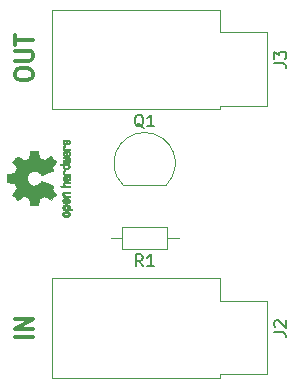
<source format=gbr>
%TF.GenerationSoftware,KiCad,Pcbnew,(5.99.0-9501-gd6b12eab50)*%
%TF.CreationDate,2021-02-28T09:53:11+01:00*%
%TF.ProjectId,audio-adapter,61756469-6f2d-4616-9461-707465722e6b,rev?*%
%TF.SameCoordinates,Original*%
%TF.FileFunction,Legend,Top*%
%TF.FilePolarity,Positive*%
%FSLAX46Y46*%
G04 Gerber Fmt 4.6, Leading zero omitted, Abs format (unit mm)*
G04 Created by KiCad (PCBNEW (5.99.0-9501-gd6b12eab50)) date 2021-02-28 09:53:11*
%MOMM*%
%LPD*%
G01*
G04 APERTURE LIST*
%ADD10C,0.300000*%
%ADD11C,0.150000*%
%ADD12C,0.010000*%
%ADD13C,0.120000*%
G04 APERTURE END LIST*
D10*
X99738571Y-112545714D02*
X98238571Y-112545714D01*
X99738571Y-111831428D02*
X98238571Y-111831428D01*
X99738571Y-110974285D01*
X98238571Y-110974285D01*
X98238571Y-90400000D02*
X98238571Y-90114285D01*
X98310000Y-89971428D01*
X98452857Y-89828571D01*
X98738571Y-89757142D01*
X99238571Y-89757142D01*
X99524285Y-89828571D01*
X99667142Y-89971428D01*
X99738571Y-90114285D01*
X99738571Y-90400000D01*
X99667142Y-90542857D01*
X99524285Y-90685714D01*
X99238571Y-90757142D01*
X98738571Y-90757142D01*
X98452857Y-90685714D01*
X98310000Y-90542857D01*
X98238571Y-90400000D01*
X98238571Y-89114285D02*
X99452857Y-89114285D01*
X99595714Y-89042857D01*
X99667142Y-88971428D01*
X99738571Y-88828571D01*
X99738571Y-88542857D01*
X99667142Y-88400000D01*
X99595714Y-88328571D01*
X99452857Y-88257142D01*
X98238571Y-88257142D01*
X98238571Y-87757142D02*
X98238571Y-86900000D01*
X99738571Y-87328571D02*
X98238571Y-87328571D01*
D11*
%TO.C,R1*%
X109053333Y-106512380D02*
X108720000Y-106036190D01*
X108481904Y-106512380D02*
X108481904Y-105512380D01*
X108862857Y-105512380D01*
X108958095Y-105560000D01*
X109005714Y-105607619D01*
X109053333Y-105702857D01*
X109053333Y-105845714D01*
X109005714Y-105940952D01*
X108958095Y-105988571D01*
X108862857Y-106036190D01*
X108481904Y-106036190D01*
X110005714Y-106512380D02*
X109434285Y-106512380D01*
X109720000Y-106512380D02*
X109720000Y-105512380D01*
X109624761Y-105655238D01*
X109529523Y-105750476D01*
X109434285Y-105798095D01*
%TO.C,J2*%
X120192380Y-112093333D02*
X120906666Y-112093333D01*
X121049523Y-112140952D01*
X121144761Y-112236190D01*
X121192380Y-112379047D01*
X121192380Y-112474285D01*
X120287619Y-111664761D02*
X120240000Y-111617142D01*
X120192380Y-111521904D01*
X120192380Y-111283809D01*
X120240000Y-111188571D01*
X120287619Y-111140952D01*
X120382857Y-111093333D01*
X120478095Y-111093333D01*
X120620952Y-111140952D01*
X121192380Y-111712380D01*
X121192380Y-111093333D01*
%TO.C,J3*%
X120202380Y-89333333D02*
X120916666Y-89333333D01*
X121059523Y-89380952D01*
X121154761Y-89476190D01*
X121202380Y-89619047D01*
X121202380Y-89714285D01*
X120202380Y-88952380D02*
X120202380Y-88333333D01*
X120583333Y-88666666D01*
X120583333Y-88523809D01*
X120630952Y-88428571D01*
X120678571Y-88380952D01*
X120773809Y-88333333D01*
X121011904Y-88333333D01*
X121107142Y-88380952D01*
X121154761Y-88428571D01*
X121202380Y-88523809D01*
X121202380Y-88809523D01*
X121154761Y-88904761D01*
X121107142Y-88952380D01*
%TO.C,Q1*%
X109124761Y-94777619D02*
X109029523Y-94730000D01*
X108934285Y-94634761D01*
X108791428Y-94491904D01*
X108696190Y-94444285D01*
X108600952Y-94444285D01*
X108648571Y-94682380D02*
X108553333Y-94634761D01*
X108458095Y-94539523D01*
X108410476Y-94349047D01*
X108410476Y-94015714D01*
X108458095Y-93825238D01*
X108553333Y-93730000D01*
X108648571Y-93682380D01*
X108839047Y-93682380D01*
X108934285Y-93730000D01*
X109029523Y-93825238D01*
X109077142Y-94015714D01*
X109077142Y-94349047D01*
X109029523Y-94539523D01*
X108934285Y-94634761D01*
X108839047Y-94682380D01*
X108648571Y-94682380D01*
X110029523Y-94682380D02*
X109458095Y-94682380D01*
X109743809Y-94682380D02*
X109743809Y-93682380D01*
X109648571Y-93825238D01*
X109553333Y-93920476D01*
X109458095Y-93968095D01*
D12*
%TO.C,REF\u002A\u002A*%
X97572348Y-98956090D02*
X97572778Y-98877546D01*
X97572778Y-98877546D02*
X97573942Y-98820702D01*
X97573942Y-98820702D02*
X97576207Y-98781895D01*
X97576207Y-98781895D02*
X97579940Y-98757462D01*
X97579940Y-98757462D02*
X97585506Y-98743738D01*
X97585506Y-98743738D02*
X97593273Y-98737060D01*
X97593273Y-98737060D02*
X97603605Y-98733764D01*
X97603605Y-98733764D02*
X97604943Y-98733444D01*
X97604943Y-98733444D02*
X97629079Y-98728438D01*
X97629079Y-98728438D02*
X97676701Y-98719171D01*
X97676701Y-98719171D02*
X97742741Y-98706608D01*
X97742741Y-98706608D02*
X97822128Y-98691713D01*
X97822128Y-98691713D02*
X97909796Y-98675449D01*
X97909796Y-98675449D02*
X97912875Y-98674881D01*
X97912875Y-98674881D02*
X97998789Y-98658590D01*
X97998789Y-98658590D02*
X98074696Y-98643348D01*
X98074696Y-98643348D02*
X98136045Y-98630139D01*
X98136045Y-98630139D02*
X98178282Y-98619946D01*
X98178282Y-98619946D02*
X98196855Y-98613752D01*
X98196855Y-98613752D02*
X98197184Y-98613457D01*
X98197184Y-98613457D02*
X98206253Y-98595212D01*
X98206253Y-98595212D02*
X98221367Y-98557595D01*
X98221367Y-98557595D02*
X98239262Y-98508729D01*
X98239262Y-98508729D02*
X98239358Y-98508457D01*
X98239358Y-98508457D02*
X98262493Y-98446907D01*
X98262493Y-98446907D02*
X98291965Y-98374343D01*
X98291965Y-98374343D02*
X98321597Y-98305943D01*
X98321597Y-98305943D02*
X98323062Y-98302706D01*
X98323062Y-98302706D02*
X98373626Y-98191298D01*
X98373626Y-98191298D02*
X98205160Y-97944601D01*
X98205160Y-97944601D02*
X98153803Y-97868923D01*
X98153803Y-97868923D02*
X98107889Y-97800369D01*
X98107889Y-97800369D02*
X98070030Y-97742912D01*
X98070030Y-97742912D02*
X98042837Y-97700524D01*
X98042837Y-97700524D02*
X98028921Y-97677175D01*
X98028921Y-97677175D02*
X98027889Y-97674958D01*
X98027889Y-97674958D02*
X98032484Y-97657990D01*
X98032484Y-97657990D02*
X98054655Y-97626299D01*
X98054655Y-97626299D02*
X98095447Y-97578648D01*
X98095447Y-97578648D02*
X98155905Y-97513802D01*
X98155905Y-97513802D02*
X98220227Y-97447603D01*
X98220227Y-97447603D02*
X98283612Y-97383786D01*
X98283612Y-97383786D02*
X98341451Y-97326671D01*
X98341451Y-97326671D02*
X98390175Y-97279695D01*
X98390175Y-97279695D02*
X98426210Y-97246297D01*
X98426210Y-97246297D02*
X98445984Y-97229915D01*
X98445984Y-97229915D02*
X98447002Y-97229306D01*
X98447002Y-97229306D02*
X98460572Y-97227495D01*
X98460572Y-97227495D02*
X98482733Y-97234317D01*
X98482733Y-97234317D02*
X98516478Y-97251460D01*
X98516478Y-97251460D02*
X98564800Y-97280607D01*
X98564800Y-97280607D02*
X98630692Y-97323445D01*
X98630692Y-97323445D02*
X98715517Y-97380552D01*
X98715517Y-97380552D02*
X98790177Y-97431234D01*
X98790177Y-97431234D02*
X98857140Y-97476539D01*
X98857140Y-97476539D02*
X98912516Y-97513850D01*
X98912516Y-97513850D02*
X98952420Y-97540548D01*
X98952420Y-97540548D02*
X98972962Y-97554015D01*
X98972962Y-97554015D02*
X98974356Y-97554863D01*
X98974356Y-97554863D02*
X98994038Y-97553219D01*
X98994038Y-97553219D02*
X99032293Y-97540755D01*
X99032293Y-97540755D02*
X99081889Y-97519952D01*
X99081889Y-97519952D02*
X99097728Y-97512538D01*
X99097728Y-97512538D02*
X99168290Y-97480186D01*
X99168290Y-97480186D02*
X99248353Y-97445672D01*
X99248353Y-97445672D02*
X99317629Y-97417635D01*
X99317629Y-97417635D02*
X99369045Y-97397432D01*
X99369045Y-97397432D02*
X99408119Y-97381385D01*
X99408119Y-97381385D02*
X99428541Y-97372112D01*
X99428541Y-97372112D02*
X99430114Y-97370959D01*
X99430114Y-97370959D02*
X99432721Y-97353904D01*
X99432721Y-97353904D02*
X99439863Y-97313702D01*
X99439863Y-97313702D02*
X99450523Y-97255698D01*
X99450523Y-97255698D02*
X99463685Y-97185237D01*
X99463685Y-97185237D02*
X99478333Y-97107665D01*
X99478333Y-97107665D02*
X99493449Y-97028328D01*
X99493449Y-97028328D02*
X99508018Y-96952569D01*
X99508018Y-96952569D02*
X99521022Y-96885736D01*
X99521022Y-96885736D02*
X99531445Y-96833172D01*
X99531445Y-96833172D02*
X99538270Y-96800224D01*
X99538270Y-96800224D02*
X99540199Y-96792143D01*
X99540199Y-96792143D02*
X99544962Y-96783795D01*
X99544962Y-96783795D02*
X99555718Y-96777494D01*
X99555718Y-96777494D02*
X99576098Y-96772955D01*
X99576098Y-96772955D02*
X99609734Y-96769896D01*
X99609734Y-96769896D02*
X99660255Y-96768033D01*
X99660255Y-96768033D02*
X99731292Y-96767082D01*
X99731292Y-96767082D02*
X99826476Y-96766760D01*
X99826476Y-96766760D02*
X99865492Y-96766743D01*
X99865492Y-96766743D02*
X100182799Y-96766743D01*
X100182799Y-96766743D02*
X100197839Y-96842943D01*
X100197839Y-96842943D02*
X100205995Y-96885337D01*
X100205995Y-96885337D02*
X100217899Y-96948600D01*
X100217899Y-96948600D02*
X100232116Y-97025038D01*
X100232116Y-97025038D02*
X100247210Y-97106957D01*
X100247210Y-97106957D02*
X100251355Y-97129600D01*
X100251355Y-97129600D02*
X100266053Y-97205194D01*
X100266053Y-97205194D02*
X100280505Y-97271047D01*
X100280505Y-97271047D02*
X100293375Y-97321634D01*
X100293375Y-97321634D02*
X100303322Y-97351426D01*
X100303322Y-97351426D02*
X100306287Y-97356388D01*
X100306287Y-97356388D02*
X100327283Y-97368574D01*
X100327283Y-97368574D02*
X100367967Y-97386047D01*
X100367967Y-97386047D02*
X100420322Y-97405423D01*
X100420322Y-97405423D02*
X100431600Y-97409266D01*
X100431600Y-97409266D02*
X100501523Y-97434661D01*
X100501523Y-97434661D02*
X100580418Y-97466183D01*
X100580418Y-97466183D02*
X100651266Y-97497031D01*
X100651266Y-97497031D02*
X100651595Y-97497183D01*
X100651595Y-97497183D02*
X100762733Y-97548553D01*
X100762733Y-97548553D02*
X101011253Y-97379601D01*
X101011253Y-97379601D02*
X101259772Y-97210648D01*
X101259772Y-97210648D02*
X101477058Y-97427571D01*
X101477058Y-97427571D02*
X101541726Y-97493181D01*
X101541726Y-97493181D02*
X101598733Y-97553021D01*
X101598733Y-97553021D02*
X101645033Y-97603733D01*
X101645033Y-97603733D02*
X101677584Y-97641954D01*
X101677584Y-97641954D02*
X101693343Y-97664325D01*
X101693343Y-97664325D02*
X101694343Y-97667534D01*
X101694343Y-97667534D02*
X101686469Y-97686374D01*
X101686469Y-97686374D02*
X101664578Y-97724820D01*
X101664578Y-97724820D02*
X101631267Y-97778670D01*
X101631267Y-97778670D02*
X101589131Y-97843724D01*
X101589131Y-97843724D02*
X101541943Y-97914060D01*
X101541943Y-97914060D02*
X101493810Y-97985445D01*
X101493810Y-97985445D02*
X101451928Y-98049092D01*
X101451928Y-98049092D02*
X101418871Y-98100959D01*
X101418871Y-98100959D02*
X101397218Y-98137005D01*
X101397218Y-98137005D02*
X101389543Y-98153133D01*
X101389543Y-98153133D02*
X101396037Y-98172811D01*
X101396037Y-98172811D02*
X101413150Y-98210125D01*
X101413150Y-98210125D02*
X101437326Y-98257379D01*
X101437326Y-98257379D02*
X101440013Y-98262388D01*
X101440013Y-98262388D02*
X101471927Y-98326023D01*
X101471927Y-98326023D02*
X101487579Y-98369659D01*
X101487579Y-98369659D02*
X101487745Y-98396798D01*
X101487745Y-98396798D02*
X101473204Y-98410943D01*
X101473204Y-98410943D02*
X101473000Y-98411025D01*
X101473000Y-98411025D02*
X101455779Y-98418095D01*
X101455779Y-98418095D02*
X101414899Y-98434958D01*
X101414899Y-98434958D02*
X101353525Y-98460305D01*
X101353525Y-98460305D02*
X101274819Y-98492829D01*
X101274819Y-98492829D02*
X101181947Y-98531222D01*
X101181947Y-98531222D02*
X101078072Y-98574178D01*
X101078072Y-98574178D02*
X100977502Y-98615778D01*
X100977502Y-98615778D02*
X100866516Y-98661496D01*
X100866516Y-98661496D02*
X100763703Y-98703474D01*
X100763703Y-98703474D02*
X100672215Y-98740452D01*
X100672215Y-98740452D02*
X100595201Y-98771173D01*
X100595201Y-98771173D02*
X100535815Y-98794378D01*
X100535815Y-98794378D02*
X100497209Y-98808810D01*
X100497209Y-98808810D02*
X100482800Y-98813257D01*
X100482800Y-98813257D02*
X100466272Y-98802104D01*
X100466272Y-98802104D02*
X100439930Y-98772931D01*
X100439930Y-98772931D02*
X100410887Y-98734029D01*
X100410887Y-98734029D02*
X100319039Y-98623243D01*
X100319039Y-98623243D02*
X100213759Y-98536649D01*
X100213759Y-98536649D02*
X100097266Y-98475284D01*
X100097266Y-98475284D02*
X99971776Y-98440185D01*
X99971776Y-98440185D02*
X99839507Y-98432392D01*
X99839507Y-98432392D02*
X99778457Y-98438057D01*
X99778457Y-98438057D02*
X99651795Y-98468922D01*
X99651795Y-98468922D02*
X99539941Y-98522080D01*
X99539941Y-98522080D02*
X99444001Y-98594233D01*
X99444001Y-98594233D02*
X99365076Y-98682083D01*
X99365076Y-98682083D02*
X99304270Y-98782335D01*
X99304270Y-98782335D02*
X99262687Y-98891690D01*
X99262687Y-98891690D02*
X99241428Y-99006853D01*
X99241428Y-99006853D02*
X99241599Y-99124525D01*
X99241599Y-99124525D02*
X99264301Y-99241410D01*
X99264301Y-99241410D02*
X99310638Y-99354211D01*
X99310638Y-99354211D02*
X99381713Y-99459631D01*
X99381713Y-99459631D02*
X99421911Y-99503632D01*
X99421911Y-99503632D02*
X99525129Y-99588021D01*
X99525129Y-99588021D02*
X99637925Y-99646778D01*
X99637925Y-99646778D02*
X99757010Y-99680296D01*
X99757010Y-99680296D02*
X99879095Y-99688965D01*
X99879095Y-99688965D02*
X100000893Y-99673177D01*
X100000893Y-99673177D02*
X100119116Y-99633322D01*
X100119116Y-99633322D02*
X100230475Y-99569793D01*
X100230475Y-99569793D02*
X100331684Y-99482979D01*
X100331684Y-99482979D02*
X100410887Y-99385971D01*
X100410887Y-99385971D02*
X100441162Y-99345563D01*
X100441162Y-99345563D02*
X100467219Y-99317018D01*
X100467219Y-99317018D02*
X100482825Y-99306743D01*
X100482825Y-99306743D02*
X100499843Y-99312123D01*
X100499843Y-99312123D02*
X100540500Y-99327425D01*
X100540500Y-99327425D02*
X100601642Y-99351388D01*
X100601642Y-99351388D02*
X100680119Y-99382756D01*
X100680119Y-99382756D02*
X100772780Y-99420268D01*
X100772780Y-99420268D02*
X100876472Y-99462667D01*
X100876472Y-99462667D02*
X100977526Y-99504337D01*
X100977526Y-99504337D02*
X101088607Y-99550310D01*
X101088607Y-99550310D02*
X101191541Y-99592893D01*
X101191541Y-99592893D02*
X101283165Y-99630779D01*
X101283165Y-99630779D02*
X101360316Y-99662660D01*
X101360316Y-99662660D02*
X101419831Y-99687229D01*
X101419831Y-99687229D02*
X101458544Y-99703180D01*
X101458544Y-99703180D02*
X101473000Y-99709090D01*
X101473000Y-99709090D02*
X101487685Y-99723052D01*
X101487685Y-99723052D02*
X101487642Y-99750060D01*
X101487642Y-99750060D02*
X101472099Y-99793587D01*
X101472099Y-99793587D02*
X101440284Y-99857110D01*
X101440284Y-99857110D02*
X101440013Y-99857612D01*
X101440013Y-99857612D02*
X101415323Y-99905440D01*
X101415323Y-99905440D02*
X101397338Y-99944103D01*
X101397338Y-99944103D02*
X101389614Y-99965905D01*
X101389614Y-99965905D02*
X101389543Y-99966867D01*
X101389543Y-99966867D02*
X101397378Y-99983279D01*
X101397378Y-99983279D02*
X101419165Y-100019513D01*
X101419165Y-100019513D02*
X101452328Y-100071526D01*
X101452328Y-100071526D02*
X101494291Y-100135275D01*
X101494291Y-100135275D02*
X101541943Y-100205940D01*
X101541943Y-100205940D02*
X101590191Y-100277884D01*
X101590191Y-100277884D02*
X101632151Y-100342726D01*
X101632151Y-100342726D02*
X101665227Y-100396265D01*
X101665227Y-100396265D02*
X101686821Y-100434303D01*
X101686821Y-100434303D02*
X101694343Y-100452467D01*
X101694343Y-100452467D02*
X101684457Y-100469192D01*
X101684457Y-100469192D02*
X101656826Y-100502820D01*
X101656826Y-100502820D02*
X101614495Y-100549990D01*
X101614495Y-100549990D02*
X101560505Y-100607342D01*
X101560505Y-100607342D02*
X101497899Y-100671516D01*
X101497899Y-100671516D02*
X101476983Y-100692503D01*
X101476983Y-100692503D02*
X101259623Y-100909501D01*
X101259623Y-100909501D02*
X101017220Y-100744332D01*
X101017220Y-100744332D02*
X100942781Y-100694136D01*
X100942781Y-100694136D02*
X100875972Y-100650081D01*
X100875972Y-100650081D02*
X100820665Y-100614638D01*
X100820665Y-100614638D02*
X100780729Y-100590281D01*
X100780729Y-100590281D02*
X100760036Y-100579478D01*
X100760036Y-100579478D02*
X100758563Y-100579162D01*
X100758563Y-100579162D02*
X100739058Y-100584857D01*
X100739058Y-100584857D02*
X100699822Y-100600174D01*
X100699822Y-100600174D02*
X100647430Y-100622463D01*
X100647430Y-100622463D02*
X100612355Y-100638107D01*
X100612355Y-100638107D02*
X100545201Y-100667359D01*
X100545201Y-100667359D02*
X100477358Y-100694906D01*
X100477358Y-100694906D02*
X100420034Y-100716263D01*
X100420034Y-100716263D02*
X100402572Y-100722065D01*
X100402572Y-100722065D02*
X100355938Y-100738548D01*
X100355938Y-100738548D02*
X100319905Y-100754660D01*
X100319905Y-100754660D02*
X100306287Y-100763510D01*
X100306287Y-100763510D02*
X100297952Y-100783040D01*
X100297952Y-100783040D02*
X100286137Y-100825666D01*
X100286137Y-100825666D02*
X100272181Y-100885855D01*
X100272181Y-100885855D02*
X100257422Y-100958078D01*
X100257422Y-100958078D02*
X100251355Y-100990400D01*
X100251355Y-100990400D02*
X100236273Y-101072478D01*
X100236273Y-101072478D02*
X100221669Y-101151205D01*
X100221669Y-101151205D02*
X100208980Y-101218891D01*
X100208980Y-101218891D02*
X100199642Y-101267840D01*
X100199642Y-101267840D02*
X100197839Y-101277057D01*
X100197839Y-101277057D02*
X100182799Y-101353257D01*
X100182799Y-101353257D02*
X99865492Y-101353257D01*
X99865492Y-101353257D02*
X99761154Y-101353086D01*
X99761154Y-101353086D02*
X99682213Y-101352384D01*
X99682213Y-101352384D02*
X99625038Y-101350866D01*
X99625038Y-101350866D02*
X99585999Y-101348251D01*
X99585999Y-101348251D02*
X99561465Y-101344254D01*
X99561465Y-101344254D02*
X99547805Y-101338591D01*
X99547805Y-101338591D02*
X99541389Y-101330980D01*
X99541389Y-101330980D02*
X99540199Y-101327857D01*
X99540199Y-101327857D02*
X99535980Y-101309022D01*
X99535980Y-101309022D02*
X99527562Y-101267412D01*
X99527562Y-101267412D02*
X99515961Y-101208370D01*
X99515961Y-101208370D02*
X99502195Y-101137243D01*
X99502195Y-101137243D02*
X99487280Y-101059375D01*
X99487280Y-101059375D02*
X99472232Y-100980113D01*
X99472232Y-100980113D02*
X99458069Y-100904802D01*
X99458069Y-100904802D02*
X99445806Y-100838787D01*
X99445806Y-100838787D02*
X99436461Y-100787413D01*
X99436461Y-100787413D02*
X99431050Y-100756025D01*
X99431050Y-100756025D02*
X99430114Y-100749041D01*
X99430114Y-100749041D02*
X99417596Y-100742715D01*
X99417596Y-100742715D02*
X99384246Y-100728710D01*
X99384246Y-100728710D02*
X99336377Y-100709645D01*
X99336377Y-100709645D02*
X99317629Y-100702366D01*
X99317629Y-100702366D02*
X99245195Y-100673004D01*
X99245195Y-100673004D02*
X99165170Y-100638429D01*
X99165170Y-100638429D02*
X99097728Y-100607463D01*
X99097728Y-100607463D02*
X99046159Y-100584677D01*
X99046159Y-100584677D02*
X99003785Y-100569518D01*
X99003785Y-100569518D02*
X98977834Y-100564458D01*
X98977834Y-100564458D02*
X98974356Y-100565264D01*
X98974356Y-100565264D02*
X98957936Y-100575959D01*
X98957936Y-100575959D02*
X98921417Y-100600380D01*
X98921417Y-100600380D02*
X98868687Y-100635905D01*
X98868687Y-100635905D02*
X98803635Y-100679913D01*
X98803635Y-100679913D02*
X98730151Y-100729783D01*
X98730151Y-100729783D02*
X98715645Y-100739644D01*
X98715645Y-100739644D02*
X98629704Y-100797508D01*
X98629704Y-100797508D02*
X98564261Y-100840044D01*
X98564261Y-100840044D02*
X98516304Y-100868946D01*
X98516304Y-100868946D02*
X98482820Y-100885910D01*
X98482820Y-100885910D02*
X98460795Y-100892633D01*
X98460795Y-100892633D02*
X98447217Y-100890810D01*
X98447217Y-100890810D02*
X98447131Y-100890764D01*
X98447131Y-100890764D02*
X98429297Y-100876414D01*
X98429297Y-100876414D02*
X98394817Y-100844677D01*
X98394817Y-100844677D02*
X98347268Y-100798990D01*
X98347268Y-100798990D02*
X98290222Y-100742796D01*
X98290222Y-100742796D02*
X98227255Y-100679532D01*
X98227255Y-100679532D02*
X98220227Y-100672398D01*
X98220227Y-100672398D02*
X98143020Y-100592670D01*
X98143020Y-100592670D02*
X98086330Y-100531143D01*
X98086330Y-100531143D02*
X98049110Y-100486579D01*
X98049110Y-100486579D02*
X98030315Y-100457743D01*
X98030315Y-100457743D02*
X98027889Y-100445042D01*
X98027889Y-100445042D02*
X98038471Y-100426506D01*
X98038471Y-100426506D02*
X98062916Y-100388039D01*
X98062916Y-100388039D02*
X98098612Y-100333614D01*
X98098612Y-100333614D02*
X98142947Y-100267202D01*
X98142947Y-100267202D02*
X98193311Y-100192775D01*
X98193311Y-100192775D02*
X98205160Y-100175399D01*
X98205160Y-100175399D02*
X98373626Y-99928703D01*
X98373626Y-99928703D02*
X98323062Y-99817294D01*
X98323062Y-99817294D02*
X98293595Y-99749543D01*
X98293595Y-99749543D02*
X98263959Y-99676817D01*
X98263959Y-99676817D02*
X98240330Y-99614297D01*
X98240330Y-99614297D02*
X98239358Y-99611543D01*
X98239358Y-99611543D02*
X98221457Y-99562640D01*
X98221457Y-99562640D02*
X98206320Y-99524943D01*
X98206320Y-99524943D02*
X98197210Y-99506575D01*
X98197210Y-99506575D02*
X98197184Y-99506544D01*
X98197184Y-99506544D02*
X98180717Y-99500715D01*
X98180717Y-99500715D02*
X98140219Y-99490808D01*
X98140219Y-99490808D02*
X98080242Y-99477805D01*
X98080242Y-99477805D02*
X98005340Y-99462691D01*
X98005340Y-99462691D02*
X97920064Y-99446448D01*
X97920064Y-99446448D02*
X97912875Y-99445119D01*
X97912875Y-99445119D02*
X97825014Y-99428825D01*
X97825014Y-99428825D02*
X97745260Y-99413867D01*
X97745260Y-99413867D02*
X97678681Y-99401209D01*
X97678681Y-99401209D02*
X97630347Y-99391814D01*
X97630347Y-99391814D02*
X97605325Y-99386646D01*
X97605325Y-99386646D02*
X97604943Y-99386556D01*
X97604943Y-99386556D02*
X97594299Y-99383411D01*
X97594299Y-99383411D02*
X97586262Y-99377296D01*
X97586262Y-99377296D02*
X97580467Y-99364547D01*
X97580467Y-99364547D02*
X97576547Y-99341500D01*
X97576547Y-99341500D02*
X97574135Y-99304491D01*
X97574135Y-99304491D02*
X97572865Y-99249856D01*
X97572865Y-99249856D02*
X97572371Y-99173933D01*
X97572371Y-99173933D02*
X97572286Y-99073056D01*
X97572286Y-99073056D02*
X97572286Y-99060000D01*
X97572286Y-99060000D02*
X97572348Y-98956090D01*
X97572348Y-98956090D02*
X97572348Y-98956090D01*
G36*
X100197839Y-96842943D02*
G01*
X100205995Y-96885337D01*
X100217899Y-96948600D01*
X100232116Y-97025038D01*
X100247210Y-97106957D01*
X100251355Y-97129600D01*
X100266053Y-97205194D01*
X100280505Y-97271047D01*
X100293375Y-97321634D01*
X100303322Y-97351426D01*
X100306287Y-97356388D01*
X100327283Y-97368574D01*
X100367967Y-97386047D01*
X100420322Y-97405423D01*
X100431600Y-97409266D01*
X100501523Y-97434661D01*
X100580418Y-97466183D01*
X100651266Y-97497031D01*
X100651595Y-97497183D01*
X100762733Y-97548553D01*
X101011253Y-97379601D01*
X101259772Y-97210648D01*
X101477058Y-97427571D01*
X101541726Y-97493181D01*
X101598733Y-97553021D01*
X101645033Y-97603733D01*
X101677584Y-97641954D01*
X101693343Y-97664325D01*
X101694343Y-97667534D01*
X101686469Y-97686374D01*
X101664578Y-97724820D01*
X101631267Y-97778670D01*
X101589131Y-97843724D01*
X101541943Y-97914060D01*
X101493810Y-97985445D01*
X101451928Y-98049092D01*
X101418871Y-98100959D01*
X101397218Y-98137005D01*
X101389543Y-98153133D01*
X101396037Y-98172811D01*
X101413150Y-98210125D01*
X101437326Y-98257379D01*
X101440013Y-98262388D01*
X101471927Y-98326023D01*
X101487579Y-98369659D01*
X101487745Y-98396798D01*
X101473204Y-98410943D01*
X101473000Y-98411025D01*
X101455779Y-98418095D01*
X101414899Y-98434958D01*
X101353525Y-98460305D01*
X101274819Y-98492829D01*
X101181947Y-98531222D01*
X101078072Y-98574178D01*
X100977502Y-98615778D01*
X100866516Y-98661496D01*
X100763703Y-98703474D01*
X100672215Y-98740452D01*
X100595201Y-98771173D01*
X100535815Y-98794378D01*
X100497209Y-98808810D01*
X100482800Y-98813257D01*
X100466272Y-98802104D01*
X100439930Y-98772931D01*
X100410887Y-98734029D01*
X100319039Y-98623243D01*
X100213759Y-98536649D01*
X100097266Y-98475284D01*
X99971776Y-98440185D01*
X99839507Y-98432392D01*
X99778457Y-98438057D01*
X99651795Y-98468922D01*
X99539941Y-98522080D01*
X99444001Y-98594233D01*
X99365076Y-98682083D01*
X99304270Y-98782335D01*
X99262687Y-98891690D01*
X99241428Y-99006853D01*
X99241599Y-99124525D01*
X99264301Y-99241410D01*
X99310638Y-99354211D01*
X99381713Y-99459631D01*
X99421911Y-99503632D01*
X99525129Y-99588021D01*
X99637925Y-99646778D01*
X99757010Y-99680296D01*
X99879095Y-99688965D01*
X100000893Y-99673177D01*
X100119116Y-99633322D01*
X100230475Y-99569793D01*
X100331684Y-99482979D01*
X100410887Y-99385971D01*
X100441162Y-99345563D01*
X100467219Y-99317018D01*
X100482825Y-99306743D01*
X100499843Y-99312123D01*
X100540500Y-99327425D01*
X100601642Y-99351388D01*
X100680119Y-99382756D01*
X100772780Y-99420268D01*
X100876472Y-99462667D01*
X100977526Y-99504337D01*
X101088607Y-99550310D01*
X101191541Y-99592893D01*
X101283165Y-99630779D01*
X101360316Y-99662660D01*
X101419831Y-99687229D01*
X101458544Y-99703180D01*
X101473000Y-99709090D01*
X101487685Y-99723052D01*
X101487642Y-99750060D01*
X101472099Y-99793587D01*
X101440284Y-99857110D01*
X101440013Y-99857612D01*
X101415323Y-99905440D01*
X101397338Y-99944103D01*
X101389614Y-99965905D01*
X101389543Y-99966867D01*
X101397378Y-99983279D01*
X101419165Y-100019513D01*
X101452328Y-100071526D01*
X101494291Y-100135275D01*
X101541943Y-100205940D01*
X101590191Y-100277884D01*
X101632151Y-100342726D01*
X101665227Y-100396265D01*
X101686821Y-100434303D01*
X101694343Y-100452467D01*
X101684457Y-100469192D01*
X101656826Y-100502820D01*
X101614495Y-100549990D01*
X101560505Y-100607342D01*
X101497899Y-100671516D01*
X101476983Y-100692503D01*
X101259623Y-100909501D01*
X101017220Y-100744332D01*
X100942781Y-100694136D01*
X100875972Y-100650081D01*
X100820665Y-100614638D01*
X100780729Y-100590281D01*
X100760036Y-100579478D01*
X100758563Y-100579162D01*
X100739058Y-100584857D01*
X100699822Y-100600174D01*
X100647430Y-100622463D01*
X100612355Y-100638107D01*
X100545201Y-100667359D01*
X100477358Y-100694906D01*
X100420034Y-100716263D01*
X100402572Y-100722065D01*
X100355938Y-100738548D01*
X100319905Y-100754660D01*
X100306287Y-100763510D01*
X100297952Y-100783040D01*
X100286137Y-100825666D01*
X100272181Y-100885855D01*
X100257422Y-100958078D01*
X100251355Y-100990400D01*
X100236273Y-101072478D01*
X100221669Y-101151205D01*
X100208980Y-101218891D01*
X100199642Y-101267840D01*
X100197839Y-101277057D01*
X100182799Y-101353257D01*
X99865492Y-101353257D01*
X99761154Y-101353086D01*
X99682213Y-101352384D01*
X99625038Y-101350866D01*
X99585999Y-101348251D01*
X99561465Y-101344254D01*
X99547805Y-101338591D01*
X99541389Y-101330980D01*
X99540199Y-101327857D01*
X99535980Y-101309022D01*
X99527562Y-101267412D01*
X99515961Y-101208370D01*
X99502195Y-101137243D01*
X99487280Y-101059375D01*
X99472232Y-100980113D01*
X99458069Y-100904802D01*
X99445806Y-100838787D01*
X99436461Y-100787413D01*
X99431050Y-100756025D01*
X99430114Y-100749041D01*
X99417596Y-100742715D01*
X99384246Y-100728710D01*
X99336377Y-100709645D01*
X99317629Y-100702366D01*
X99245195Y-100673004D01*
X99165170Y-100638429D01*
X99097728Y-100607463D01*
X99046159Y-100584677D01*
X99003785Y-100569518D01*
X98977834Y-100564458D01*
X98974356Y-100565264D01*
X98957936Y-100575959D01*
X98921417Y-100600380D01*
X98868687Y-100635905D01*
X98803635Y-100679913D01*
X98730151Y-100729783D01*
X98715645Y-100739644D01*
X98629704Y-100797508D01*
X98564261Y-100840044D01*
X98516304Y-100868946D01*
X98482820Y-100885910D01*
X98460795Y-100892633D01*
X98447217Y-100890810D01*
X98447131Y-100890764D01*
X98429297Y-100876414D01*
X98394817Y-100844677D01*
X98347268Y-100798990D01*
X98290222Y-100742796D01*
X98227255Y-100679532D01*
X98220227Y-100672398D01*
X98143020Y-100592670D01*
X98086330Y-100531143D01*
X98049110Y-100486579D01*
X98030315Y-100457743D01*
X98027889Y-100445042D01*
X98038471Y-100426506D01*
X98062916Y-100388039D01*
X98098612Y-100333614D01*
X98142947Y-100267202D01*
X98193311Y-100192775D01*
X98205160Y-100175399D01*
X98373626Y-99928703D01*
X98323062Y-99817294D01*
X98293595Y-99749543D01*
X98263959Y-99676817D01*
X98240330Y-99614297D01*
X98239358Y-99611543D01*
X98221457Y-99562640D01*
X98206320Y-99524943D01*
X98197210Y-99506575D01*
X98197184Y-99506544D01*
X98180717Y-99500715D01*
X98140219Y-99490808D01*
X98080242Y-99477805D01*
X98005340Y-99462691D01*
X97920064Y-99446448D01*
X97912875Y-99445119D01*
X97825014Y-99428825D01*
X97745260Y-99413867D01*
X97678681Y-99401209D01*
X97630347Y-99391814D01*
X97605325Y-99386646D01*
X97604943Y-99386556D01*
X97594299Y-99383411D01*
X97586262Y-99377296D01*
X97580467Y-99364547D01*
X97576547Y-99341500D01*
X97574135Y-99304491D01*
X97572865Y-99249856D01*
X97572371Y-99173933D01*
X97572286Y-99073056D01*
X97572286Y-99060000D01*
X97572348Y-98956090D01*
X97572778Y-98877546D01*
X97573942Y-98820702D01*
X97576207Y-98781895D01*
X97579940Y-98757462D01*
X97585506Y-98743738D01*
X97593273Y-98737060D01*
X97603605Y-98733764D01*
X97604943Y-98733444D01*
X97629079Y-98728438D01*
X97676701Y-98719171D01*
X97742741Y-98706608D01*
X97822128Y-98691713D01*
X97909796Y-98675449D01*
X97912875Y-98674881D01*
X97998789Y-98658590D01*
X98074696Y-98643348D01*
X98136045Y-98630139D01*
X98178282Y-98619946D01*
X98196855Y-98613752D01*
X98197184Y-98613457D01*
X98206253Y-98595212D01*
X98221367Y-98557595D01*
X98239262Y-98508729D01*
X98239358Y-98508457D01*
X98262493Y-98446907D01*
X98291965Y-98374343D01*
X98321597Y-98305943D01*
X98323062Y-98302706D01*
X98373626Y-98191298D01*
X98205160Y-97944601D01*
X98153803Y-97868923D01*
X98107889Y-97800369D01*
X98070030Y-97742912D01*
X98042837Y-97700524D01*
X98028921Y-97677175D01*
X98027889Y-97674958D01*
X98032484Y-97657990D01*
X98054655Y-97626299D01*
X98095447Y-97578648D01*
X98155905Y-97513802D01*
X98220227Y-97447603D01*
X98283612Y-97383786D01*
X98341451Y-97326671D01*
X98390175Y-97279695D01*
X98426210Y-97246297D01*
X98445984Y-97229915D01*
X98447002Y-97229306D01*
X98460572Y-97227495D01*
X98482733Y-97234317D01*
X98516478Y-97251460D01*
X98564800Y-97280607D01*
X98630692Y-97323445D01*
X98715517Y-97380552D01*
X98790177Y-97431234D01*
X98857140Y-97476539D01*
X98912516Y-97513850D01*
X98952420Y-97540548D01*
X98972962Y-97554015D01*
X98974356Y-97554863D01*
X98994038Y-97553219D01*
X99032293Y-97540755D01*
X99081889Y-97519952D01*
X99097728Y-97512538D01*
X99168290Y-97480186D01*
X99248353Y-97445672D01*
X99317629Y-97417635D01*
X99369045Y-97397432D01*
X99408119Y-97381385D01*
X99428541Y-97372112D01*
X99430114Y-97370959D01*
X99432721Y-97353904D01*
X99439863Y-97313702D01*
X99450523Y-97255698D01*
X99463685Y-97185237D01*
X99478333Y-97107665D01*
X99493449Y-97028328D01*
X99508018Y-96952569D01*
X99521022Y-96885736D01*
X99531445Y-96833172D01*
X99538270Y-96800224D01*
X99540199Y-96792143D01*
X99544962Y-96783795D01*
X99555718Y-96777494D01*
X99576098Y-96772955D01*
X99609734Y-96769896D01*
X99660255Y-96768033D01*
X99731292Y-96767082D01*
X99826476Y-96766760D01*
X99865492Y-96766743D01*
X100182799Y-96766743D01*
X100197839Y-96842943D01*
G37*
X100197839Y-96842943D02*
X100205995Y-96885337D01*
X100217899Y-96948600D01*
X100232116Y-97025038D01*
X100247210Y-97106957D01*
X100251355Y-97129600D01*
X100266053Y-97205194D01*
X100280505Y-97271047D01*
X100293375Y-97321634D01*
X100303322Y-97351426D01*
X100306287Y-97356388D01*
X100327283Y-97368574D01*
X100367967Y-97386047D01*
X100420322Y-97405423D01*
X100431600Y-97409266D01*
X100501523Y-97434661D01*
X100580418Y-97466183D01*
X100651266Y-97497031D01*
X100651595Y-97497183D01*
X100762733Y-97548553D01*
X101011253Y-97379601D01*
X101259772Y-97210648D01*
X101477058Y-97427571D01*
X101541726Y-97493181D01*
X101598733Y-97553021D01*
X101645033Y-97603733D01*
X101677584Y-97641954D01*
X101693343Y-97664325D01*
X101694343Y-97667534D01*
X101686469Y-97686374D01*
X101664578Y-97724820D01*
X101631267Y-97778670D01*
X101589131Y-97843724D01*
X101541943Y-97914060D01*
X101493810Y-97985445D01*
X101451928Y-98049092D01*
X101418871Y-98100959D01*
X101397218Y-98137005D01*
X101389543Y-98153133D01*
X101396037Y-98172811D01*
X101413150Y-98210125D01*
X101437326Y-98257379D01*
X101440013Y-98262388D01*
X101471927Y-98326023D01*
X101487579Y-98369659D01*
X101487745Y-98396798D01*
X101473204Y-98410943D01*
X101473000Y-98411025D01*
X101455779Y-98418095D01*
X101414899Y-98434958D01*
X101353525Y-98460305D01*
X101274819Y-98492829D01*
X101181947Y-98531222D01*
X101078072Y-98574178D01*
X100977502Y-98615778D01*
X100866516Y-98661496D01*
X100763703Y-98703474D01*
X100672215Y-98740452D01*
X100595201Y-98771173D01*
X100535815Y-98794378D01*
X100497209Y-98808810D01*
X100482800Y-98813257D01*
X100466272Y-98802104D01*
X100439930Y-98772931D01*
X100410887Y-98734029D01*
X100319039Y-98623243D01*
X100213759Y-98536649D01*
X100097266Y-98475284D01*
X99971776Y-98440185D01*
X99839507Y-98432392D01*
X99778457Y-98438057D01*
X99651795Y-98468922D01*
X99539941Y-98522080D01*
X99444001Y-98594233D01*
X99365076Y-98682083D01*
X99304270Y-98782335D01*
X99262687Y-98891690D01*
X99241428Y-99006853D01*
X99241599Y-99124525D01*
X99264301Y-99241410D01*
X99310638Y-99354211D01*
X99381713Y-99459631D01*
X99421911Y-99503632D01*
X99525129Y-99588021D01*
X99637925Y-99646778D01*
X99757010Y-99680296D01*
X99879095Y-99688965D01*
X100000893Y-99673177D01*
X100119116Y-99633322D01*
X100230475Y-99569793D01*
X100331684Y-99482979D01*
X100410887Y-99385971D01*
X100441162Y-99345563D01*
X100467219Y-99317018D01*
X100482825Y-99306743D01*
X100499843Y-99312123D01*
X100540500Y-99327425D01*
X100601642Y-99351388D01*
X100680119Y-99382756D01*
X100772780Y-99420268D01*
X100876472Y-99462667D01*
X100977526Y-99504337D01*
X101088607Y-99550310D01*
X101191541Y-99592893D01*
X101283165Y-99630779D01*
X101360316Y-99662660D01*
X101419831Y-99687229D01*
X101458544Y-99703180D01*
X101473000Y-99709090D01*
X101487685Y-99723052D01*
X101487642Y-99750060D01*
X101472099Y-99793587D01*
X101440284Y-99857110D01*
X101440013Y-99857612D01*
X101415323Y-99905440D01*
X101397338Y-99944103D01*
X101389614Y-99965905D01*
X101389543Y-99966867D01*
X101397378Y-99983279D01*
X101419165Y-100019513D01*
X101452328Y-100071526D01*
X101494291Y-100135275D01*
X101541943Y-100205940D01*
X101590191Y-100277884D01*
X101632151Y-100342726D01*
X101665227Y-100396265D01*
X101686821Y-100434303D01*
X101694343Y-100452467D01*
X101684457Y-100469192D01*
X101656826Y-100502820D01*
X101614495Y-100549990D01*
X101560505Y-100607342D01*
X101497899Y-100671516D01*
X101476983Y-100692503D01*
X101259623Y-100909501D01*
X101017220Y-100744332D01*
X100942781Y-100694136D01*
X100875972Y-100650081D01*
X100820665Y-100614638D01*
X100780729Y-100590281D01*
X100760036Y-100579478D01*
X100758563Y-100579162D01*
X100739058Y-100584857D01*
X100699822Y-100600174D01*
X100647430Y-100622463D01*
X100612355Y-100638107D01*
X100545201Y-100667359D01*
X100477358Y-100694906D01*
X100420034Y-100716263D01*
X100402572Y-100722065D01*
X100355938Y-100738548D01*
X100319905Y-100754660D01*
X100306287Y-100763510D01*
X100297952Y-100783040D01*
X100286137Y-100825666D01*
X100272181Y-100885855D01*
X100257422Y-100958078D01*
X100251355Y-100990400D01*
X100236273Y-101072478D01*
X100221669Y-101151205D01*
X100208980Y-101218891D01*
X100199642Y-101267840D01*
X100197839Y-101277057D01*
X100182799Y-101353257D01*
X99865492Y-101353257D01*
X99761154Y-101353086D01*
X99682213Y-101352384D01*
X99625038Y-101350866D01*
X99585999Y-101348251D01*
X99561465Y-101344254D01*
X99547805Y-101338591D01*
X99541389Y-101330980D01*
X99540199Y-101327857D01*
X99535980Y-101309022D01*
X99527562Y-101267412D01*
X99515961Y-101208370D01*
X99502195Y-101137243D01*
X99487280Y-101059375D01*
X99472232Y-100980113D01*
X99458069Y-100904802D01*
X99445806Y-100838787D01*
X99436461Y-100787413D01*
X99431050Y-100756025D01*
X99430114Y-100749041D01*
X99417596Y-100742715D01*
X99384246Y-100728710D01*
X99336377Y-100709645D01*
X99317629Y-100702366D01*
X99245195Y-100673004D01*
X99165170Y-100638429D01*
X99097728Y-100607463D01*
X99046159Y-100584677D01*
X99003785Y-100569518D01*
X98977834Y-100564458D01*
X98974356Y-100565264D01*
X98957936Y-100575959D01*
X98921417Y-100600380D01*
X98868687Y-100635905D01*
X98803635Y-100679913D01*
X98730151Y-100729783D01*
X98715645Y-100739644D01*
X98629704Y-100797508D01*
X98564261Y-100840044D01*
X98516304Y-100868946D01*
X98482820Y-100885910D01*
X98460795Y-100892633D01*
X98447217Y-100890810D01*
X98447131Y-100890764D01*
X98429297Y-100876414D01*
X98394817Y-100844677D01*
X98347268Y-100798990D01*
X98290222Y-100742796D01*
X98227255Y-100679532D01*
X98220227Y-100672398D01*
X98143020Y-100592670D01*
X98086330Y-100531143D01*
X98049110Y-100486579D01*
X98030315Y-100457743D01*
X98027889Y-100445042D01*
X98038471Y-100426506D01*
X98062916Y-100388039D01*
X98098612Y-100333614D01*
X98142947Y-100267202D01*
X98193311Y-100192775D01*
X98205160Y-100175399D01*
X98373626Y-99928703D01*
X98323062Y-99817294D01*
X98293595Y-99749543D01*
X98263959Y-99676817D01*
X98240330Y-99614297D01*
X98239358Y-99611543D01*
X98221457Y-99562640D01*
X98206320Y-99524943D01*
X98197210Y-99506575D01*
X98197184Y-99506544D01*
X98180717Y-99500715D01*
X98140219Y-99490808D01*
X98080242Y-99477805D01*
X98005340Y-99462691D01*
X97920064Y-99446448D01*
X97912875Y-99445119D01*
X97825014Y-99428825D01*
X97745260Y-99413867D01*
X97678681Y-99401209D01*
X97630347Y-99391814D01*
X97605325Y-99386646D01*
X97604943Y-99386556D01*
X97594299Y-99383411D01*
X97586262Y-99377296D01*
X97580467Y-99364547D01*
X97576547Y-99341500D01*
X97574135Y-99304491D01*
X97572865Y-99249856D01*
X97572371Y-99173933D01*
X97572286Y-99073056D01*
X97572286Y-99060000D01*
X97572348Y-98956090D01*
X97572778Y-98877546D01*
X97573942Y-98820702D01*
X97576207Y-98781895D01*
X97579940Y-98757462D01*
X97585506Y-98743738D01*
X97593273Y-98737060D01*
X97603605Y-98733764D01*
X97604943Y-98733444D01*
X97629079Y-98728438D01*
X97676701Y-98719171D01*
X97742741Y-98706608D01*
X97822128Y-98691713D01*
X97909796Y-98675449D01*
X97912875Y-98674881D01*
X97998789Y-98658590D01*
X98074696Y-98643348D01*
X98136045Y-98630139D01*
X98178282Y-98619946D01*
X98196855Y-98613752D01*
X98197184Y-98613457D01*
X98206253Y-98595212D01*
X98221367Y-98557595D01*
X98239262Y-98508729D01*
X98239358Y-98508457D01*
X98262493Y-98446907D01*
X98291965Y-98374343D01*
X98321597Y-98305943D01*
X98323062Y-98302706D01*
X98373626Y-98191298D01*
X98205160Y-97944601D01*
X98153803Y-97868923D01*
X98107889Y-97800369D01*
X98070030Y-97742912D01*
X98042837Y-97700524D01*
X98028921Y-97677175D01*
X98027889Y-97674958D01*
X98032484Y-97657990D01*
X98054655Y-97626299D01*
X98095447Y-97578648D01*
X98155905Y-97513802D01*
X98220227Y-97447603D01*
X98283612Y-97383786D01*
X98341451Y-97326671D01*
X98390175Y-97279695D01*
X98426210Y-97246297D01*
X98445984Y-97229915D01*
X98447002Y-97229306D01*
X98460572Y-97227495D01*
X98482733Y-97234317D01*
X98516478Y-97251460D01*
X98564800Y-97280607D01*
X98630692Y-97323445D01*
X98715517Y-97380552D01*
X98790177Y-97431234D01*
X98857140Y-97476539D01*
X98912516Y-97513850D01*
X98952420Y-97540548D01*
X98972962Y-97554015D01*
X98974356Y-97554863D01*
X98994038Y-97553219D01*
X99032293Y-97540755D01*
X99081889Y-97519952D01*
X99097728Y-97512538D01*
X99168290Y-97480186D01*
X99248353Y-97445672D01*
X99317629Y-97417635D01*
X99369045Y-97397432D01*
X99408119Y-97381385D01*
X99428541Y-97372112D01*
X99430114Y-97370959D01*
X99432721Y-97353904D01*
X99439863Y-97313702D01*
X99450523Y-97255698D01*
X99463685Y-97185237D01*
X99478333Y-97107665D01*
X99493449Y-97028328D01*
X99508018Y-96952569D01*
X99521022Y-96885736D01*
X99531445Y-96833172D01*
X99538270Y-96800224D01*
X99540199Y-96792143D01*
X99544962Y-96783795D01*
X99555718Y-96777494D01*
X99576098Y-96772955D01*
X99609734Y-96769896D01*
X99660255Y-96768033D01*
X99731292Y-96767082D01*
X99826476Y-96766760D01*
X99865492Y-96766743D01*
X100182799Y-96766743D01*
X100197839Y-96842943D01*
X102296966Y-95906405D02*
X102334497Y-95848979D01*
X102334497Y-95848979D02*
X102368096Y-95821281D01*
X102368096Y-95821281D02*
X102429064Y-95799338D01*
X102429064Y-95799338D02*
X102477308Y-95797595D01*
X102477308Y-95797595D02*
X102541816Y-95801543D01*
X102541816Y-95801543D02*
X102606934Y-95950314D01*
X102606934Y-95950314D02*
X102640202Y-96022651D01*
X102640202Y-96022651D02*
X102666964Y-96069916D01*
X102666964Y-96069916D02*
X102690144Y-96094493D01*
X102690144Y-96094493D02*
X102712667Y-96098763D01*
X102712667Y-96098763D02*
X102737455Y-96085111D01*
X102737455Y-96085111D02*
X102753886Y-96070057D01*
X102753886Y-96070057D02*
X102780235Y-96026254D01*
X102780235Y-96026254D02*
X102782081Y-95978611D01*
X102782081Y-95978611D02*
X102761546Y-95934855D01*
X102761546Y-95934855D02*
X102720752Y-95902711D01*
X102720752Y-95902711D02*
X102706347Y-95896962D01*
X102706347Y-95896962D02*
X102661356Y-95869424D01*
X102661356Y-95869424D02*
X102642182Y-95837742D01*
X102642182Y-95837742D02*
X102625779Y-95794286D01*
X102625779Y-95794286D02*
X102687966Y-95794286D01*
X102687966Y-95794286D02*
X102730283Y-95798128D01*
X102730283Y-95798128D02*
X102765969Y-95813177D01*
X102765969Y-95813177D02*
X102806943Y-95844720D01*
X102806943Y-95844720D02*
X102812267Y-95849408D01*
X102812267Y-95849408D02*
X102848720Y-95884494D01*
X102848720Y-95884494D02*
X102868283Y-95914653D01*
X102868283Y-95914653D02*
X102877283Y-95952385D01*
X102877283Y-95952385D02*
X102880230Y-95983665D01*
X102880230Y-95983665D02*
X102880965Y-96039615D01*
X102880965Y-96039615D02*
X102871660Y-96079445D01*
X102871660Y-96079445D02*
X102857846Y-96104292D01*
X102857846Y-96104292D02*
X102827467Y-96143344D01*
X102827467Y-96143344D02*
X102794613Y-96170375D01*
X102794613Y-96170375D02*
X102753294Y-96187483D01*
X102753294Y-96187483D02*
X102697521Y-96196762D01*
X102697521Y-96196762D02*
X102621305Y-96200307D01*
X102621305Y-96200307D02*
X102582622Y-96200590D01*
X102582622Y-96200590D02*
X102536247Y-96199628D01*
X102536247Y-96199628D02*
X102536247Y-96111993D01*
X102536247Y-96111993D02*
X102561126Y-96110977D01*
X102561126Y-96110977D02*
X102565200Y-96108444D01*
X102565200Y-96108444D02*
X102559665Y-96091726D01*
X102559665Y-96091726D02*
X102545017Y-96055751D01*
X102545017Y-96055751D02*
X102524190Y-96007669D01*
X102524190Y-96007669D02*
X102519714Y-95997614D01*
X102519714Y-95997614D02*
X102488814Y-95936848D01*
X102488814Y-95936848D02*
X102461657Y-95903368D01*
X102461657Y-95903368D02*
X102436220Y-95896010D01*
X102436220Y-95896010D02*
X102410481Y-95913609D01*
X102410481Y-95913609D02*
X102399109Y-95928144D01*
X102399109Y-95928144D02*
X102376364Y-95980590D01*
X102376364Y-95980590D02*
X102380122Y-96029678D01*
X102380122Y-96029678D02*
X102407884Y-96070773D01*
X102407884Y-96070773D02*
X102457152Y-96099242D01*
X102457152Y-96099242D02*
X102496257Y-96108369D01*
X102496257Y-96108369D02*
X102536247Y-96111993D01*
X102536247Y-96111993D02*
X102536247Y-96199628D01*
X102536247Y-96199628D02*
X102492249Y-96198715D01*
X102492249Y-96198715D02*
X102425384Y-96191804D01*
X102425384Y-96191804D02*
X102376695Y-96178116D01*
X102376695Y-96178116D02*
X102340849Y-96155904D01*
X102340849Y-96155904D02*
X102312513Y-96123426D01*
X102312513Y-96123426D02*
X102303355Y-96109267D01*
X102303355Y-96109267D02*
X102279507Y-96044947D01*
X102279507Y-96044947D02*
X102278006Y-95974527D01*
X102278006Y-95974527D02*
X102296966Y-95906405D01*
X102296966Y-95906405D02*
X102296966Y-95906405D01*
G36*
X102425384Y-96191804D02*
G01*
X102376695Y-96178116D01*
X102340849Y-96155904D01*
X102312513Y-96123426D01*
X102303355Y-96109267D01*
X102279507Y-96044947D01*
X102278135Y-95980590D01*
X102376364Y-95980590D01*
X102380122Y-96029678D01*
X102407884Y-96070773D01*
X102457152Y-96099242D01*
X102496257Y-96108369D01*
X102536247Y-96111993D01*
X102561126Y-96110977D01*
X102565200Y-96108444D01*
X102559665Y-96091726D01*
X102545017Y-96055751D01*
X102524190Y-96007669D01*
X102519714Y-95997614D01*
X102488814Y-95936848D01*
X102461657Y-95903368D01*
X102436220Y-95896010D01*
X102410481Y-95913609D01*
X102399109Y-95928144D01*
X102376364Y-95980590D01*
X102278135Y-95980590D01*
X102278006Y-95974527D01*
X102296966Y-95906405D01*
X102334497Y-95848979D01*
X102368096Y-95821281D01*
X102429064Y-95799338D01*
X102477308Y-95797595D01*
X102541816Y-95801543D01*
X102606934Y-95950314D01*
X102640202Y-96022651D01*
X102666964Y-96069916D01*
X102690144Y-96094493D01*
X102712667Y-96098763D01*
X102737455Y-96085111D01*
X102753886Y-96070057D01*
X102780235Y-96026254D01*
X102782081Y-95978611D01*
X102761546Y-95934855D01*
X102720752Y-95902711D01*
X102706347Y-95896962D01*
X102661356Y-95869424D01*
X102642182Y-95837742D01*
X102625779Y-95794286D01*
X102687966Y-95794286D01*
X102730283Y-95798128D01*
X102765969Y-95813177D01*
X102806943Y-95844720D01*
X102812267Y-95849408D01*
X102848720Y-95884494D01*
X102868283Y-95914653D01*
X102877283Y-95952385D01*
X102880230Y-95983665D01*
X102880965Y-96039615D01*
X102871660Y-96079445D01*
X102857846Y-96104292D01*
X102827467Y-96143344D01*
X102794613Y-96170375D01*
X102753294Y-96187483D01*
X102697521Y-96196762D01*
X102621305Y-96200307D01*
X102582622Y-96200590D01*
X102536247Y-96199628D01*
X102492249Y-96198715D01*
X102425384Y-96191804D01*
G37*
X102425384Y-96191804D02*
X102376695Y-96178116D01*
X102340849Y-96155904D01*
X102312513Y-96123426D01*
X102303355Y-96109267D01*
X102279507Y-96044947D01*
X102278135Y-95980590D01*
X102376364Y-95980590D01*
X102380122Y-96029678D01*
X102407884Y-96070773D01*
X102457152Y-96099242D01*
X102496257Y-96108369D01*
X102536247Y-96111993D01*
X102561126Y-96110977D01*
X102565200Y-96108444D01*
X102559665Y-96091726D01*
X102545017Y-96055751D01*
X102524190Y-96007669D01*
X102519714Y-95997614D01*
X102488814Y-95936848D01*
X102461657Y-95903368D01*
X102436220Y-95896010D01*
X102410481Y-95913609D01*
X102399109Y-95928144D01*
X102376364Y-95980590D01*
X102278135Y-95980590D01*
X102278006Y-95974527D01*
X102296966Y-95906405D01*
X102334497Y-95848979D01*
X102368096Y-95821281D01*
X102429064Y-95799338D01*
X102477308Y-95797595D01*
X102541816Y-95801543D01*
X102606934Y-95950314D01*
X102640202Y-96022651D01*
X102666964Y-96069916D01*
X102690144Y-96094493D01*
X102712667Y-96098763D01*
X102737455Y-96085111D01*
X102753886Y-96070057D01*
X102780235Y-96026254D01*
X102782081Y-95978611D01*
X102761546Y-95934855D01*
X102720752Y-95902711D01*
X102706347Y-95896962D01*
X102661356Y-95869424D01*
X102642182Y-95837742D01*
X102625779Y-95794286D01*
X102687966Y-95794286D01*
X102730283Y-95798128D01*
X102765969Y-95813177D01*
X102806943Y-95844720D01*
X102812267Y-95849408D01*
X102848720Y-95884494D01*
X102868283Y-95914653D01*
X102877283Y-95952385D01*
X102880230Y-95983665D01*
X102880965Y-96039615D01*
X102871660Y-96079445D01*
X102857846Y-96104292D01*
X102827467Y-96143344D01*
X102794613Y-96170375D01*
X102753294Y-96187483D01*
X102697521Y-96196762D01*
X102621305Y-96200307D01*
X102582622Y-96200590D01*
X102536247Y-96199628D01*
X102492249Y-96198715D01*
X102425384Y-96191804D01*
X102288752Y-96407400D02*
X102296334Y-96390052D01*
X102296334Y-96390052D02*
X102329128Y-96348644D01*
X102329128Y-96348644D02*
X102376547Y-96313235D01*
X102376547Y-96313235D02*
X102427151Y-96291336D01*
X102427151Y-96291336D02*
X102452098Y-96287771D01*
X102452098Y-96287771D02*
X102486927Y-96299721D01*
X102486927Y-96299721D02*
X102505357Y-96325933D01*
X102505357Y-96325933D02*
X102516516Y-96354036D01*
X102516516Y-96354036D02*
X102518572Y-96366905D01*
X102518572Y-96366905D02*
X102503649Y-96373171D01*
X102503649Y-96373171D02*
X102471175Y-96385544D01*
X102471175Y-96385544D02*
X102456502Y-96390972D01*
X102456502Y-96390972D02*
X102405744Y-96421410D01*
X102405744Y-96421410D02*
X102380427Y-96465480D01*
X102380427Y-96465480D02*
X102381206Y-96521990D01*
X102381206Y-96521990D02*
X102382203Y-96526175D01*
X102382203Y-96526175D02*
X102396507Y-96556345D01*
X102396507Y-96556345D02*
X102424393Y-96578524D01*
X102424393Y-96578524D02*
X102469287Y-96593673D01*
X102469287Y-96593673D02*
X102534615Y-96602750D01*
X102534615Y-96602750D02*
X102623804Y-96606714D01*
X102623804Y-96606714D02*
X102671261Y-96607086D01*
X102671261Y-96607086D02*
X102746071Y-96607270D01*
X102746071Y-96607270D02*
X102797069Y-96608478D01*
X102797069Y-96608478D02*
X102829471Y-96611691D01*
X102829471Y-96611691D02*
X102848495Y-96617891D01*
X102848495Y-96617891D02*
X102859356Y-96628060D01*
X102859356Y-96628060D02*
X102867272Y-96643181D01*
X102867272Y-96643181D02*
X102867670Y-96644054D01*
X102867670Y-96644054D02*
X102879981Y-96673172D01*
X102879981Y-96673172D02*
X102884514Y-96687597D01*
X102884514Y-96687597D02*
X102870809Y-96689814D01*
X102870809Y-96689814D02*
X102832925Y-96691711D01*
X102832925Y-96691711D02*
X102775715Y-96693153D01*
X102775715Y-96693153D02*
X102704027Y-96694002D01*
X102704027Y-96694002D02*
X102651565Y-96694171D01*
X102651565Y-96694171D02*
X102550047Y-96693308D01*
X102550047Y-96693308D02*
X102473032Y-96689930D01*
X102473032Y-96689930D02*
X102416023Y-96682858D01*
X102416023Y-96682858D02*
X102374526Y-96670912D01*
X102374526Y-96670912D02*
X102344043Y-96652910D01*
X102344043Y-96652910D02*
X102320080Y-96627673D01*
X102320080Y-96627673D02*
X102303355Y-96602753D01*
X102303355Y-96602753D02*
X102281097Y-96542829D01*
X102281097Y-96542829D02*
X102276076Y-96473089D01*
X102276076Y-96473089D02*
X102288752Y-96407400D01*
X102288752Y-96407400D02*
X102288752Y-96407400D01*
G36*
X102486927Y-96299721D02*
G01*
X102505357Y-96325933D01*
X102516516Y-96354036D01*
X102518572Y-96366905D01*
X102503649Y-96373171D01*
X102471175Y-96385544D01*
X102456502Y-96390972D01*
X102405744Y-96421410D01*
X102380427Y-96465480D01*
X102381206Y-96521990D01*
X102382203Y-96526175D01*
X102396507Y-96556345D01*
X102424393Y-96578524D01*
X102469287Y-96593673D01*
X102534615Y-96602750D01*
X102623804Y-96606714D01*
X102671261Y-96607086D01*
X102746071Y-96607270D01*
X102797069Y-96608478D01*
X102829471Y-96611691D01*
X102848495Y-96617891D01*
X102859356Y-96628060D01*
X102867272Y-96643181D01*
X102867670Y-96644054D01*
X102879981Y-96673172D01*
X102884514Y-96687597D01*
X102870809Y-96689814D01*
X102832925Y-96691711D01*
X102775715Y-96693153D01*
X102704027Y-96694002D01*
X102651565Y-96694171D01*
X102550047Y-96693308D01*
X102473032Y-96689930D01*
X102416023Y-96682858D01*
X102374526Y-96670912D01*
X102344043Y-96652910D01*
X102320080Y-96627673D01*
X102303355Y-96602753D01*
X102281097Y-96542829D01*
X102276076Y-96473089D01*
X102288752Y-96407400D01*
X102296334Y-96390052D01*
X102329128Y-96348644D01*
X102376547Y-96313235D01*
X102427151Y-96291336D01*
X102452098Y-96287771D01*
X102486927Y-96299721D01*
G37*
X102486927Y-96299721D02*
X102505357Y-96325933D01*
X102516516Y-96354036D01*
X102518572Y-96366905D01*
X102503649Y-96373171D01*
X102471175Y-96385544D01*
X102456502Y-96390972D01*
X102405744Y-96421410D01*
X102380427Y-96465480D01*
X102381206Y-96521990D01*
X102382203Y-96526175D01*
X102396507Y-96556345D01*
X102424393Y-96578524D01*
X102469287Y-96593673D01*
X102534615Y-96602750D01*
X102623804Y-96606714D01*
X102671261Y-96607086D01*
X102746071Y-96607270D01*
X102797069Y-96608478D01*
X102829471Y-96611691D01*
X102848495Y-96617891D01*
X102859356Y-96628060D01*
X102867272Y-96643181D01*
X102867670Y-96644054D01*
X102879981Y-96673172D01*
X102884514Y-96687597D01*
X102870809Y-96689814D01*
X102832925Y-96691711D01*
X102775715Y-96693153D01*
X102704027Y-96694002D01*
X102651565Y-96694171D01*
X102550047Y-96693308D01*
X102473032Y-96689930D01*
X102416023Y-96682858D01*
X102374526Y-96670912D01*
X102344043Y-96652910D01*
X102320080Y-96627673D01*
X102303355Y-96602753D01*
X102281097Y-96542829D01*
X102276076Y-96473089D01*
X102288752Y-96407400D01*
X102296334Y-96390052D01*
X102329128Y-96348644D01*
X102376547Y-96313235D01*
X102427151Y-96291336D01*
X102452098Y-96287771D01*
X102486927Y-96299721D01*
X102286335Y-96915124D02*
X102305344Y-96873333D01*
X102305344Y-96873333D02*
X102328378Y-96840531D01*
X102328378Y-96840531D02*
X102354133Y-96816497D01*
X102354133Y-96816497D02*
X102387358Y-96799903D01*
X102387358Y-96799903D02*
X102432800Y-96789423D01*
X102432800Y-96789423D02*
X102495207Y-96783729D01*
X102495207Y-96783729D02*
X102579327Y-96781493D01*
X102579327Y-96781493D02*
X102634721Y-96781257D01*
X102634721Y-96781257D02*
X102850826Y-96781257D01*
X102850826Y-96781257D02*
X102867670Y-96818226D01*
X102867670Y-96818226D02*
X102879981Y-96847344D01*
X102879981Y-96847344D02*
X102884514Y-96861769D01*
X102884514Y-96861769D02*
X102871025Y-96864528D01*
X102871025Y-96864528D02*
X102834653Y-96866718D01*
X102834653Y-96866718D02*
X102781542Y-96868058D01*
X102781542Y-96868058D02*
X102739372Y-96868343D01*
X102739372Y-96868343D02*
X102678447Y-96869566D01*
X102678447Y-96869566D02*
X102630115Y-96872864D01*
X102630115Y-96872864D02*
X102600518Y-96877679D01*
X102600518Y-96877679D02*
X102594229Y-96881504D01*
X102594229Y-96881504D02*
X102600652Y-96907217D01*
X102600652Y-96907217D02*
X102617125Y-96947582D01*
X102617125Y-96947582D02*
X102639458Y-96994321D01*
X102639458Y-96994321D02*
X102663457Y-97039155D01*
X102663457Y-97039155D02*
X102684930Y-97073807D01*
X102684930Y-97073807D02*
X102699685Y-97089998D01*
X102699685Y-97089998D02*
X102699845Y-97090062D01*
X102699845Y-97090062D02*
X102727152Y-97088670D01*
X102727152Y-97088670D02*
X102753219Y-97076182D01*
X102753219Y-97076182D02*
X102774392Y-97054257D01*
X102774392Y-97054257D02*
X102781474Y-97022257D01*
X102781474Y-97022257D02*
X102780649Y-96994908D01*
X102780649Y-96994908D02*
X102780042Y-96956174D01*
X102780042Y-96956174D02*
X102789116Y-96935842D01*
X102789116Y-96935842D02*
X102813092Y-96923631D01*
X102813092Y-96923631D02*
X102817613Y-96922091D01*
X102817613Y-96922091D02*
X102851806Y-96916797D01*
X102851806Y-96916797D02*
X102872568Y-96930953D01*
X102872568Y-96930953D02*
X102882462Y-96967852D01*
X102882462Y-96967852D02*
X102884292Y-97007711D01*
X102884292Y-97007711D02*
X102870727Y-97079438D01*
X102870727Y-97079438D02*
X102851355Y-97116568D01*
X102851355Y-97116568D02*
X102805845Y-97162424D01*
X102805845Y-97162424D02*
X102749983Y-97186744D01*
X102749983Y-97186744D02*
X102690957Y-97188927D01*
X102690957Y-97188927D02*
X102635953Y-97168371D01*
X102635953Y-97168371D02*
X102601486Y-97137451D01*
X102601486Y-97137451D02*
X102582189Y-97106580D01*
X102582189Y-97106580D02*
X102557759Y-97058058D01*
X102557759Y-97058058D02*
X102532985Y-97001515D01*
X102532985Y-97001515D02*
X102529199Y-96992090D01*
X102529199Y-96992090D02*
X102501791Y-96929981D01*
X102501791Y-96929981D02*
X102477634Y-96894178D01*
X102477634Y-96894178D02*
X102453619Y-96882663D01*
X102453619Y-96882663D02*
X102426635Y-96893420D01*
X102426635Y-96893420D02*
X102405543Y-96911886D01*
X102405543Y-96911886D02*
X102379572Y-96955531D01*
X102379572Y-96955531D02*
X102377624Y-97003554D01*
X102377624Y-97003554D02*
X102397637Y-97047594D01*
X102397637Y-97047594D02*
X102437551Y-97079291D01*
X102437551Y-97079291D02*
X102447848Y-97083451D01*
X102447848Y-97083451D02*
X102485724Y-97107673D01*
X102485724Y-97107673D02*
X102513842Y-97143035D01*
X102513842Y-97143035D02*
X102536917Y-97187657D01*
X102536917Y-97187657D02*
X102471485Y-97187657D01*
X102471485Y-97187657D02*
X102431506Y-97185031D01*
X102431506Y-97185031D02*
X102399997Y-97173770D01*
X102399997Y-97173770D02*
X102366378Y-97148801D01*
X102366378Y-97148801D02*
X102340484Y-97124831D01*
X102340484Y-97124831D02*
X102303817Y-97087559D01*
X102303817Y-97087559D02*
X102284121Y-97058599D01*
X102284121Y-97058599D02*
X102276220Y-97027495D01*
X102276220Y-97027495D02*
X102274914Y-96992287D01*
X102274914Y-96992287D02*
X102286335Y-96915124D01*
X102286335Y-96915124D02*
X102286335Y-96915124D01*
G36*
X102867670Y-96818226D02*
G01*
X102879981Y-96847344D01*
X102884514Y-96861769D01*
X102871025Y-96864528D01*
X102834653Y-96866718D01*
X102781542Y-96868058D01*
X102739372Y-96868343D01*
X102678447Y-96869566D01*
X102630115Y-96872864D01*
X102600518Y-96877679D01*
X102594229Y-96881504D01*
X102600652Y-96907217D01*
X102617125Y-96947582D01*
X102639458Y-96994321D01*
X102663457Y-97039155D01*
X102684930Y-97073807D01*
X102699685Y-97089998D01*
X102699845Y-97090062D01*
X102727152Y-97088670D01*
X102753219Y-97076182D01*
X102774392Y-97054257D01*
X102781474Y-97022257D01*
X102780649Y-96994908D01*
X102780042Y-96956174D01*
X102789116Y-96935842D01*
X102813092Y-96923631D01*
X102817613Y-96922091D01*
X102851806Y-96916797D01*
X102872568Y-96930953D01*
X102882462Y-96967852D01*
X102884292Y-97007711D01*
X102870727Y-97079438D01*
X102851355Y-97116568D01*
X102805845Y-97162424D01*
X102749983Y-97186744D01*
X102690957Y-97188927D01*
X102635953Y-97168371D01*
X102601486Y-97137451D01*
X102582189Y-97106580D01*
X102557759Y-97058058D01*
X102532985Y-97001515D01*
X102529199Y-96992090D01*
X102501791Y-96929981D01*
X102477634Y-96894178D01*
X102453619Y-96882663D01*
X102426635Y-96893420D01*
X102405543Y-96911886D01*
X102379572Y-96955531D01*
X102377624Y-97003554D01*
X102397637Y-97047594D01*
X102437551Y-97079291D01*
X102447848Y-97083451D01*
X102485724Y-97107673D01*
X102513842Y-97143035D01*
X102536917Y-97187657D01*
X102471485Y-97187657D01*
X102431506Y-97185031D01*
X102399997Y-97173770D01*
X102366378Y-97148801D01*
X102340484Y-97124831D01*
X102303817Y-97087559D01*
X102284121Y-97058599D01*
X102276220Y-97027495D01*
X102274914Y-96992287D01*
X102286335Y-96915124D01*
X102305344Y-96873333D01*
X102328378Y-96840531D01*
X102354133Y-96816497D01*
X102387358Y-96799903D01*
X102432800Y-96789423D01*
X102495207Y-96783729D01*
X102579327Y-96781493D01*
X102634721Y-96781257D01*
X102850826Y-96781257D01*
X102867670Y-96818226D01*
G37*
X102867670Y-96818226D02*
X102879981Y-96847344D01*
X102884514Y-96861769D01*
X102871025Y-96864528D01*
X102834653Y-96866718D01*
X102781542Y-96868058D01*
X102739372Y-96868343D01*
X102678447Y-96869566D01*
X102630115Y-96872864D01*
X102600518Y-96877679D01*
X102594229Y-96881504D01*
X102600652Y-96907217D01*
X102617125Y-96947582D01*
X102639458Y-96994321D01*
X102663457Y-97039155D01*
X102684930Y-97073807D01*
X102699685Y-97089998D01*
X102699845Y-97090062D01*
X102727152Y-97088670D01*
X102753219Y-97076182D01*
X102774392Y-97054257D01*
X102781474Y-97022257D01*
X102780649Y-96994908D01*
X102780042Y-96956174D01*
X102789116Y-96935842D01*
X102813092Y-96923631D01*
X102817613Y-96922091D01*
X102851806Y-96916797D01*
X102872568Y-96930953D01*
X102882462Y-96967852D01*
X102884292Y-97007711D01*
X102870727Y-97079438D01*
X102851355Y-97116568D01*
X102805845Y-97162424D01*
X102749983Y-97186744D01*
X102690957Y-97188927D01*
X102635953Y-97168371D01*
X102601486Y-97137451D01*
X102582189Y-97106580D01*
X102557759Y-97058058D01*
X102532985Y-97001515D01*
X102529199Y-96992090D01*
X102501791Y-96929981D01*
X102477634Y-96894178D01*
X102453619Y-96882663D01*
X102426635Y-96893420D01*
X102405543Y-96911886D01*
X102379572Y-96955531D01*
X102377624Y-97003554D01*
X102397637Y-97047594D01*
X102437551Y-97079291D01*
X102447848Y-97083451D01*
X102485724Y-97107673D01*
X102513842Y-97143035D01*
X102536917Y-97187657D01*
X102471485Y-97187657D01*
X102431506Y-97185031D01*
X102399997Y-97173770D01*
X102366378Y-97148801D01*
X102340484Y-97124831D01*
X102303817Y-97087559D01*
X102284121Y-97058599D01*
X102276220Y-97027495D01*
X102274914Y-96992287D01*
X102286335Y-96915124D01*
X102305344Y-96873333D01*
X102328378Y-96840531D01*
X102354133Y-96816497D01*
X102387358Y-96799903D01*
X102432800Y-96789423D01*
X102495207Y-96783729D01*
X102579327Y-96781493D01*
X102634721Y-96781257D01*
X102850826Y-96781257D01*
X102867670Y-96818226D01*
X102288663Y-97280167D02*
X102326850Y-97277952D01*
X102326850Y-97277952D02*
X102384886Y-97276216D01*
X102384886Y-97276216D02*
X102458180Y-97275101D01*
X102458180Y-97275101D02*
X102535055Y-97274743D01*
X102535055Y-97274743D02*
X102795196Y-97274743D01*
X102795196Y-97274743D02*
X102841127Y-97320674D01*
X102841127Y-97320674D02*
X102869429Y-97352325D01*
X102869429Y-97352325D02*
X102880893Y-97380110D01*
X102880893Y-97380110D02*
X102880168Y-97418085D01*
X102880168Y-97418085D02*
X102878321Y-97433160D01*
X102878321Y-97433160D02*
X102872948Y-97480274D01*
X102872948Y-97480274D02*
X102869869Y-97519244D01*
X102869869Y-97519244D02*
X102869585Y-97528743D01*
X102869585Y-97528743D02*
X102871445Y-97560767D01*
X102871445Y-97560767D02*
X102876114Y-97606568D01*
X102876114Y-97606568D02*
X102878321Y-97624326D01*
X102878321Y-97624326D02*
X102881735Y-97667943D01*
X102881735Y-97667943D02*
X102874320Y-97697255D01*
X102874320Y-97697255D02*
X102851427Y-97726320D01*
X102851427Y-97726320D02*
X102841127Y-97736812D01*
X102841127Y-97736812D02*
X102795196Y-97782743D01*
X102795196Y-97782743D02*
X102308602Y-97782743D01*
X102308602Y-97782743D02*
X102291758Y-97745774D01*
X102291758Y-97745774D02*
X102279282Y-97713941D01*
X102279282Y-97713941D02*
X102274914Y-97695317D01*
X102274914Y-97695317D02*
X102288718Y-97690542D01*
X102288718Y-97690542D02*
X102327286Y-97686079D01*
X102327286Y-97686079D02*
X102386356Y-97682225D01*
X102386356Y-97682225D02*
X102461663Y-97679278D01*
X102461663Y-97679278D02*
X102525286Y-97677857D01*
X102525286Y-97677857D02*
X102775657Y-97673886D01*
X102775657Y-97673886D02*
X102780556Y-97639241D01*
X102780556Y-97639241D02*
X102777131Y-97607732D01*
X102777131Y-97607732D02*
X102766041Y-97592292D01*
X102766041Y-97592292D02*
X102745308Y-97587977D01*
X102745308Y-97587977D02*
X102701145Y-97584292D01*
X102701145Y-97584292D02*
X102639146Y-97581531D01*
X102639146Y-97581531D02*
X102564909Y-97579988D01*
X102564909Y-97579988D02*
X102526706Y-97579765D01*
X102526706Y-97579765D02*
X102306783Y-97579543D01*
X102306783Y-97579543D02*
X102290849Y-97533834D01*
X102290849Y-97533834D02*
X102280015Y-97501482D01*
X102280015Y-97501482D02*
X102274962Y-97483885D01*
X102274962Y-97483885D02*
X102274914Y-97483377D01*
X102274914Y-97483377D02*
X102288648Y-97481612D01*
X102288648Y-97481612D02*
X102326730Y-97479671D01*
X102326730Y-97479671D02*
X102384482Y-97477718D01*
X102384482Y-97477718D02*
X102457227Y-97475916D01*
X102457227Y-97475916D02*
X102525286Y-97474657D01*
X102525286Y-97474657D02*
X102775657Y-97470686D01*
X102775657Y-97470686D02*
X102775657Y-97383600D01*
X102775657Y-97383600D02*
X102547240Y-97379604D01*
X102547240Y-97379604D02*
X102318822Y-97375608D01*
X102318822Y-97375608D02*
X102296868Y-97333153D01*
X102296868Y-97333153D02*
X102281793Y-97301808D01*
X102281793Y-97301808D02*
X102274951Y-97283256D01*
X102274951Y-97283256D02*
X102274914Y-97282721D01*
X102274914Y-97282721D02*
X102288663Y-97280167D01*
X102288663Y-97280167D02*
X102288663Y-97280167D01*
G36*
X102841127Y-97320674D02*
G01*
X102869429Y-97352325D01*
X102880893Y-97380110D01*
X102880168Y-97418085D01*
X102878321Y-97433160D01*
X102872948Y-97480274D01*
X102869869Y-97519244D01*
X102869585Y-97528743D01*
X102871445Y-97560767D01*
X102876114Y-97606568D01*
X102878321Y-97624326D01*
X102881735Y-97667943D01*
X102874320Y-97697255D01*
X102851427Y-97726320D01*
X102841127Y-97736812D01*
X102795196Y-97782743D01*
X102308602Y-97782743D01*
X102291758Y-97745774D01*
X102279282Y-97713941D01*
X102274914Y-97695317D01*
X102288718Y-97690542D01*
X102327286Y-97686079D01*
X102386356Y-97682225D01*
X102461663Y-97679278D01*
X102525286Y-97677857D01*
X102775657Y-97673886D01*
X102780556Y-97639241D01*
X102777131Y-97607732D01*
X102766041Y-97592292D01*
X102745308Y-97587977D01*
X102701145Y-97584292D01*
X102639146Y-97581531D01*
X102564909Y-97579988D01*
X102526706Y-97579765D01*
X102306783Y-97579543D01*
X102290849Y-97533834D01*
X102280015Y-97501482D01*
X102274962Y-97483885D01*
X102274914Y-97483377D01*
X102288648Y-97481612D01*
X102326730Y-97479671D01*
X102384482Y-97477718D01*
X102457227Y-97475916D01*
X102525286Y-97474657D01*
X102775657Y-97470686D01*
X102775657Y-97383600D01*
X102547240Y-97379604D01*
X102318822Y-97375608D01*
X102296868Y-97333153D01*
X102281793Y-97301808D01*
X102274951Y-97283256D01*
X102274914Y-97282721D01*
X102288663Y-97280167D01*
X102326850Y-97277952D01*
X102384886Y-97276216D01*
X102458180Y-97275101D01*
X102535055Y-97274743D01*
X102795196Y-97274743D01*
X102841127Y-97320674D01*
G37*
X102841127Y-97320674D02*
X102869429Y-97352325D01*
X102880893Y-97380110D01*
X102880168Y-97418085D01*
X102878321Y-97433160D01*
X102872948Y-97480274D01*
X102869869Y-97519244D01*
X102869585Y-97528743D01*
X102871445Y-97560767D01*
X102876114Y-97606568D01*
X102878321Y-97624326D01*
X102881735Y-97667943D01*
X102874320Y-97697255D01*
X102851427Y-97726320D01*
X102841127Y-97736812D01*
X102795196Y-97782743D01*
X102308602Y-97782743D01*
X102291758Y-97745774D01*
X102279282Y-97713941D01*
X102274914Y-97695317D01*
X102288718Y-97690542D01*
X102327286Y-97686079D01*
X102386356Y-97682225D01*
X102461663Y-97679278D01*
X102525286Y-97677857D01*
X102775657Y-97673886D01*
X102780556Y-97639241D01*
X102777131Y-97607732D01*
X102766041Y-97592292D01*
X102745308Y-97587977D01*
X102701145Y-97584292D01*
X102639146Y-97581531D01*
X102564909Y-97579988D01*
X102526706Y-97579765D01*
X102306783Y-97579543D01*
X102290849Y-97533834D01*
X102280015Y-97501482D01*
X102274962Y-97483885D01*
X102274914Y-97483377D01*
X102288648Y-97481612D01*
X102326730Y-97479671D01*
X102384482Y-97477718D01*
X102457227Y-97475916D01*
X102525286Y-97474657D01*
X102775657Y-97470686D01*
X102775657Y-97383600D01*
X102547240Y-97379604D01*
X102318822Y-97375608D01*
X102296868Y-97333153D01*
X102281793Y-97301808D01*
X102274951Y-97283256D01*
X102274914Y-97282721D01*
X102288663Y-97280167D01*
X102326850Y-97277952D01*
X102384886Y-97276216D01*
X102458180Y-97275101D01*
X102535055Y-97274743D01*
X102795196Y-97274743D01*
X102841127Y-97320674D01*
X102395358Y-97869883D02*
X102503837Y-97870067D01*
X102503837Y-97870067D02*
X102587287Y-97870781D01*
X102587287Y-97870781D02*
X102649704Y-97872325D01*
X102649704Y-97872325D02*
X102695085Y-97874999D01*
X102695085Y-97874999D02*
X102727429Y-97879106D01*
X102727429Y-97879106D02*
X102750733Y-97884945D01*
X102750733Y-97884945D02*
X102768995Y-97892818D01*
X102768995Y-97892818D02*
X102779418Y-97898779D01*
X102779418Y-97898779D02*
X102835945Y-97948145D01*
X102835945Y-97948145D02*
X102871377Y-98010736D01*
X102871377Y-98010736D02*
X102884090Y-98079987D01*
X102884090Y-98079987D02*
X102872463Y-98149332D01*
X102872463Y-98149332D02*
X102851568Y-98190625D01*
X102851568Y-98190625D02*
X102815422Y-98233975D01*
X102815422Y-98233975D02*
X102771276Y-98263519D01*
X102771276Y-98263519D02*
X102713462Y-98281345D01*
X102713462Y-98281345D02*
X102636313Y-98289537D01*
X102636313Y-98289537D02*
X102579714Y-98290698D01*
X102579714Y-98290698D02*
X102575647Y-98290542D01*
X102575647Y-98290542D02*
X102575647Y-98189143D01*
X102575647Y-98189143D02*
X102640550Y-98188524D01*
X102640550Y-98188524D02*
X102683514Y-98185686D01*
X102683514Y-98185686D02*
X102711622Y-98179160D01*
X102711622Y-98179160D02*
X102731953Y-98167477D01*
X102731953Y-98167477D02*
X102747288Y-98153517D01*
X102747288Y-98153517D02*
X102776890Y-98106635D01*
X102776890Y-98106635D02*
X102779419Y-98056299D01*
X102779419Y-98056299D02*
X102754705Y-98008724D01*
X102754705Y-98008724D02*
X102751356Y-98005021D01*
X102751356Y-98005021D02*
X102733935Y-97989217D01*
X102733935Y-97989217D02*
X102713209Y-97979307D01*
X102713209Y-97979307D02*
X102682362Y-97973942D01*
X102682362Y-97973942D02*
X102634577Y-97971772D01*
X102634577Y-97971772D02*
X102581748Y-97971429D01*
X102581748Y-97971429D02*
X102515381Y-97972173D01*
X102515381Y-97972173D02*
X102471106Y-97975252D01*
X102471106Y-97975252D02*
X102442009Y-97981939D01*
X102442009Y-97981939D02*
X102421173Y-97993504D01*
X102421173Y-97993504D02*
X102410107Y-98002987D01*
X102410107Y-98002987D02*
X102382198Y-98047040D01*
X102382198Y-98047040D02*
X102378843Y-98097776D01*
X102378843Y-98097776D02*
X102400159Y-98146204D01*
X102400159Y-98146204D02*
X102408073Y-98155550D01*
X102408073Y-98155550D02*
X102425647Y-98171460D01*
X102425647Y-98171460D02*
X102446587Y-98181390D01*
X102446587Y-98181390D02*
X102477782Y-98186722D01*
X102477782Y-98186722D02*
X102526122Y-98188837D01*
X102526122Y-98188837D02*
X102575647Y-98189143D01*
X102575647Y-98189143D02*
X102575647Y-98290542D01*
X102575647Y-98290542D02*
X102488568Y-98287190D01*
X102488568Y-98287190D02*
X102420086Y-98275274D01*
X102420086Y-98275274D02*
X102368600Y-98252865D01*
X102368600Y-98252865D02*
X102328443Y-98217876D01*
X102328443Y-98217876D02*
X102307861Y-98190625D01*
X102307861Y-98190625D02*
X102285625Y-98141093D01*
X102285625Y-98141093D02*
X102275304Y-98083684D01*
X102275304Y-98083684D02*
X102278067Y-98030318D01*
X102278067Y-98030318D02*
X102289212Y-98000457D01*
X102289212Y-98000457D02*
X102292383Y-97988739D01*
X102292383Y-97988739D02*
X102280557Y-97980963D01*
X102280557Y-97980963D02*
X102248866Y-97975535D01*
X102248866Y-97975535D02*
X102200593Y-97971429D01*
X102200593Y-97971429D02*
X102146829Y-97966933D01*
X102146829Y-97966933D02*
X102114482Y-97960687D01*
X102114482Y-97960687D02*
X102095985Y-97949324D01*
X102095985Y-97949324D02*
X102083770Y-97929472D01*
X102083770Y-97929472D02*
X102078362Y-97917000D01*
X102078362Y-97917000D02*
X102058601Y-97869829D01*
X102058601Y-97869829D02*
X102395358Y-97869883D01*
X102395358Y-97869883D02*
X102395358Y-97869883D01*
G36*
X102420086Y-98275274D02*
G01*
X102368600Y-98252865D01*
X102328443Y-98217876D01*
X102307861Y-98190625D01*
X102285625Y-98141093D01*
X102277837Y-98097776D01*
X102378843Y-98097776D01*
X102400159Y-98146204D01*
X102408073Y-98155550D01*
X102425647Y-98171460D01*
X102446587Y-98181390D01*
X102477782Y-98186722D01*
X102526122Y-98188837D01*
X102575647Y-98189143D01*
X102640550Y-98188524D01*
X102683514Y-98185686D01*
X102711622Y-98179160D01*
X102731953Y-98167477D01*
X102747288Y-98153517D01*
X102776890Y-98106635D01*
X102779419Y-98056299D01*
X102754705Y-98008724D01*
X102751356Y-98005021D01*
X102733935Y-97989217D01*
X102713209Y-97979307D01*
X102682362Y-97973942D01*
X102634577Y-97971772D01*
X102581748Y-97971429D01*
X102515381Y-97972173D01*
X102471106Y-97975252D01*
X102442009Y-97981939D01*
X102421173Y-97993504D01*
X102410107Y-98002987D01*
X102382198Y-98047040D01*
X102378843Y-98097776D01*
X102277837Y-98097776D01*
X102275304Y-98083684D01*
X102278067Y-98030318D01*
X102289212Y-98000457D01*
X102292383Y-97988739D01*
X102280557Y-97980963D01*
X102248866Y-97975535D01*
X102200593Y-97971429D01*
X102146829Y-97966933D01*
X102114482Y-97960687D01*
X102095985Y-97949324D01*
X102083770Y-97929472D01*
X102078362Y-97917000D01*
X102058601Y-97869829D01*
X102395358Y-97869883D01*
X102503837Y-97870067D01*
X102587287Y-97870781D01*
X102649704Y-97872325D01*
X102695085Y-97874999D01*
X102727429Y-97879106D01*
X102750733Y-97884945D01*
X102768995Y-97892818D01*
X102779418Y-97898779D01*
X102835945Y-97948145D01*
X102871377Y-98010736D01*
X102884090Y-98079987D01*
X102872463Y-98149332D01*
X102851568Y-98190625D01*
X102815422Y-98233975D01*
X102771276Y-98263519D01*
X102713462Y-98281345D01*
X102636313Y-98289537D01*
X102579714Y-98290698D01*
X102575647Y-98290542D01*
X102488568Y-98287190D01*
X102420086Y-98275274D01*
G37*
X102420086Y-98275274D02*
X102368600Y-98252865D01*
X102328443Y-98217876D01*
X102307861Y-98190625D01*
X102285625Y-98141093D01*
X102277837Y-98097776D01*
X102378843Y-98097776D01*
X102400159Y-98146204D01*
X102408073Y-98155550D01*
X102425647Y-98171460D01*
X102446587Y-98181390D01*
X102477782Y-98186722D01*
X102526122Y-98188837D01*
X102575647Y-98189143D01*
X102640550Y-98188524D01*
X102683514Y-98185686D01*
X102711622Y-98179160D01*
X102731953Y-98167477D01*
X102747288Y-98153517D01*
X102776890Y-98106635D01*
X102779419Y-98056299D01*
X102754705Y-98008724D01*
X102751356Y-98005021D01*
X102733935Y-97989217D01*
X102713209Y-97979307D01*
X102682362Y-97973942D01*
X102634577Y-97971772D01*
X102581748Y-97971429D01*
X102515381Y-97972173D01*
X102471106Y-97975252D01*
X102442009Y-97981939D01*
X102421173Y-97993504D01*
X102410107Y-98002987D01*
X102382198Y-98047040D01*
X102378843Y-98097776D01*
X102277837Y-98097776D01*
X102275304Y-98083684D01*
X102278067Y-98030318D01*
X102289212Y-98000457D01*
X102292383Y-97988739D01*
X102280557Y-97980963D01*
X102248866Y-97975535D01*
X102200593Y-97971429D01*
X102146829Y-97966933D01*
X102114482Y-97960687D01*
X102095985Y-97949324D01*
X102083770Y-97929472D01*
X102078362Y-97917000D01*
X102058601Y-97869829D01*
X102395358Y-97869883D01*
X102503837Y-97870067D01*
X102587287Y-97870781D01*
X102649704Y-97872325D01*
X102695085Y-97874999D01*
X102727429Y-97879106D01*
X102750733Y-97884945D01*
X102768995Y-97892818D01*
X102779418Y-97898779D01*
X102835945Y-97948145D01*
X102871377Y-98010736D01*
X102884090Y-98079987D01*
X102872463Y-98149332D01*
X102851568Y-98190625D01*
X102815422Y-98233975D01*
X102771276Y-98263519D01*
X102713462Y-98281345D01*
X102636313Y-98289537D01*
X102579714Y-98290698D01*
X102575647Y-98290542D01*
X102488568Y-98287190D01*
X102420086Y-98275274D01*
X102279755Y-98530074D02*
X102304084Y-98464142D01*
X102304084Y-98464142D02*
X102347117Y-98410727D01*
X102347117Y-98410727D02*
X102377409Y-98389836D01*
X102377409Y-98389836D02*
X102432994Y-98367061D01*
X102432994Y-98367061D02*
X102473186Y-98367534D01*
X102473186Y-98367534D02*
X102500217Y-98391438D01*
X102500217Y-98391438D02*
X102504813Y-98400283D01*
X102504813Y-98400283D02*
X102519144Y-98438470D01*
X102519144Y-98438470D02*
X102515472Y-98457972D01*
X102515472Y-98457972D02*
X102491407Y-98464578D01*
X102491407Y-98464578D02*
X102478114Y-98464914D01*
X102478114Y-98464914D02*
X102429210Y-98477008D01*
X102429210Y-98477008D02*
X102394999Y-98508529D01*
X102394999Y-98508529D02*
X102378476Y-98552341D01*
X102378476Y-98552341D02*
X102382634Y-98601305D01*
X102382634Y-98601305D02*
X102404227Y-98641106D01*
X102404227Y-98641106D02*
X102416544Y-98654550D01*
X102416544Y-98654550D02*
X102431487Y-98664079D01*
X102431487Y-98664079D02*
X102454075Y-98670515D01*
X102454075Y-98670515D02*
X102489328Y-98674683D01*
X102489328Y-98674683D02*
X102542266Y-98677403D01*
X102542266Y-98677403D02*
X102617907Y-98679498D01*
X102617907Y-98679498D02*
X102641857Y-98680040D01*
X102641857Y-98680040D02*
X102723790Y-98682019D01*
X102723790Y-98682019D02*
X102781455Y-98684269D01*
X102781455Y-98684269D02*
X102819608Y-98687643D01*
X102819608Y-98687643D02*
X102843004Y-98692994D01*
X102843004Y-98692994D02*
X102856398Y-98701176D01*
X102856398Y-98701176D02*
X102864545Y-98713041D01*
X102864545Y-98713041D02*
X102868144Y-98720638D01*
X102868144Y-98720638D02*
X102880452Y-98752898D01*
X102880452Y-98752898D02*
X102884514Y-98771889D01*
X102884514Y-98771889D02*
X102870948Y-98778164D01*
X102870948Y-98778164D02*
X102829934Y-98781994D01*
X102829934Y-98781994D02*
X102760999Y-98783400D01*
X102760999Y-98783400D02*
X102663669Y-98782402D01*
X102663669Y-98782402D02*
X102648657Y-98782092D01*
X102648657Y-98782092D02*
X102559859Y-98779899D01*
X102559859Y-98779899D02*
X102495019Y-98777307D01*
X102495019Y-98777307D02*
X102449067Y-98773618D01*
X102449067Y-98773618D02*
X102416935Y-98768136D01*
X102416935Y-98768136D02*
X102393553Y-98760165D01*
X102393553Y-98760165D02*
X102373852Y-98749007D01*
X102373852Y-98749007D02*
X102365410Y-98743170D01*
X102365410Y-98743170D02*
X102328057Y-98709704D01*
X102328057Y-98709704D02*
X102299003Y-98672273D01*
X102299003Y-98672273D02*
X102296467Y-98667691D01*
X102296467Y-98667691D02*
X102276443Y-98600574D01*
X102276443Y-98600574D02*
X102279755Y-98530074D01*
X102279755Y-98530074D02*
X102279755Y-98530074D01*
G36*
X102473186Y-98367534D02*
G01*
X102500217Y-98391438D01*
X102504813Y-98400283D01*
X102519144Y-98438470D01*
X102515472Y-98457972D01*
X102491407Y-98464578D01*
X102478114Y-98464914D01*
X102429210Y-98477008D01*
X102394999Y-98508529D01*
X102378476Y-98552341D01*
X102382634Y-98601305D01*
X102404227Y-98641106D01*
X102416544Y-98654550D01*
X102431487Y-98664079D01*
X102454075Y-98670515D01*
X102489328Y-98674683D01*
X102542266Y-98677403D01*
X102617907Y-98679498D01*
X102641857Y-98680040D01*
X102723790Y-98682019D01*
X102781455Y-98684269D01*
X102819608Y-98687643D01*
X102843004Y-98692994D01*
X102856398Y-98701176D01*
X102864545Y-98713041D01*
X102868144Y-98720638D01*
X102880452Y-98752898D01*
X102884514Y-98771889D01*
X102870948Y-98778164D01*
X102829934Y-98781994D01*
X102760999Y-98783400D01*
X102663669Y-98782402D01*
X102648657Y-98782092D01*
X102559859Y-98779899D01*
X102495019Y-98777307D01*
X102449067Y-98773618D01*
X102416935Y-98768136D01*
X102393553Y-98760165D01*
X102373852Y-98749007D01*
X102365410Y-98743170D01*
X102328057Y-98709704D01*
X102299003Y-98672273D01*
X102296467Y-98667691D01*
X102276443Y-98600574D01*
X102279755Y-98530074D01*
X102304084Y-98464142D01*
X102347117Y-98410727D01*
X102377409Y-98389836D01*
X102432994Y-98367061D01*
X102473186Y-98367534D01*
G37*
X102473186Y-98367534D02*
X102500217Y-98391438D01*
X102504813Y-98400283D01*
X102519144Y-98438470D01*
X102515472Y-98457972D01*
X102491407Y-98464578D01*
X102478114Y-98464914D01*
X102429210Y-98477008D01*
X102394999Y-98508529D01*
X102378476Y-98552341D01*
X102382634Y-98601305D01*
X102404227Y-98641106D01*
X102416544Y-98654550D01*
X102431487Y-98664079D01*
X102454075Y-98670515D01*
X102489328Y-98674683D01*
X102542266Y-98677403D01*
X102617907Y-98679498D01*
X102641857Y-98680040D01*
X102723790Y-98682019D01*
X102781455Y-98684269D01*
X102819608Y-98687643D01*
X102843004Y-98692994D01*
X102856398Y-98701176D01*
X102864545Y-98713041D01*
X102868144Y-98720638D01*
X102880452Y-98752898D01*
X102884514Y-98771889D01*
X102870948Y-98778164D01*
X102829934Y-98781994D01*
X102760999Y-98783400D01*
X102663669Y-98782402D01*
X102648657Y-98782092D01*
X102559859Y-98779899D01*
X102495019Y-98777307D01*
X102449067Y-98773618D01*
X102416935Y-98768136D01*
X102393553Y-98760165D01*
X102373852Y-98749007D01*
X102365410Y-98743170D01*
X102328057Y-98709704D01*
X102299003Y-98672273D01*
X102296467Y-98667691D01*
X102276443Y-98600574D01*
X102279755Y-98530074D01*
X102304084Y-98464142D01*
X102347117Y-98410727D01*
X102377409Y-98389836D01*
X102432994Y-98367061D01*
X102473186Y-98367534D01*
X102280968Y-99020256D02*
X102302087Y-98963384D01*
X102302087Y-98963384D02*
X102302493Y-98962733D01*
X102302493Y-98962733D02*
X102328380Y-98927560D01*
X102328380Y-98927560D02*
X102358633Y-98901593D01*
X102358633Y-98901593D02*
X102398058Y-98883330D01*
X102398058Y-98883330D02*
X102451462Y-98871268D01*
X102451462Y-98871268D02*
X102523651Y-98863904D01*
X102523651Y-98863904D02*
X102619432Y-98859736D01*
X102619432Y-98859736D02*
X102633078Y-98859371D01*
X102633078Y-98859371D02*
X102838842Y-98854124D01*
X102838842Y-98854124D02*
X102861678Y-98898284D01*
X102861678Y-98898284D02*
X102877110Y-98930237D01*
X102877110Y-98930237D02*
X102884423Y-98949530D01*
X102884423Y-98949530D02*
X102884514Y-98950422D01*
X102884514Y-98950422D02*
X102871022Y-98953761D01*
X102871022Y-98953761D02*
X102834626Y-98956413D01*
X102834626Y-98956413D02*
X102781452Y-98958044D01*
X102781452Y-98958044D02*
X102738393Y-98958400D01*
X102738393Y-98958400D02*
X102668641Y-98958408D01*
X102668641Y-98958408D02*
X102624837Y-98961597D01*
X102624837Y-98961597D02*
X102603944Y-98972712D01*
X102603944Y-98972712D02*
X102602925Y-98996499D01*
X102602925Y-98996499D02*
X102618741Y-99037704D01*
X102618741Y-99037704D02*
X102647815Y-99099914D01*
X102647815Y-99099914D02*
X102671963Y-99145659D01*
X102671963Y-99145659D02*
X102692913Y-99169187D01*
X102692913Y-99169187D02*
X102715747Y-99176104D01*
X102715747Y-99176104D02*
X102716877Y-99176114D01*
X102716877Y-99176114D02*
X102756212Y-99164701D01*
X102756212Y-99164701D02*
X102777462Y-99130908D01*
X102777462Y-99130908D02*
X102780539Y-99079191D01*
X102780539Y-99079191D02*
X102780006Y-99041939D01*
X102780006Y-99041939D02*
X102790735Y-99022297D01*
X102790735Y-99022297D02*
X102816505Y-99010048D01*
X102816505Y-99010048D02*
X102849337Y-99002998D01*
X102849337Y-99002998D02*
X102867966Y-99013158D01*
X102867966Y-99013158D02*
X102870632Y-99016983D01*
X102870632Y-99016983D02*
X102881340Y-99052999D01*
X102881340Y-99052999D02*
X102882856Y-99103434D01*
X102882856Y-99103434D02*
X102875759Y-99155374D01*
X102875759Y-99155374D02*
X102862788Y-99192178D01*
X102862788Y-99192178D02*
X102819585Y-99243062D01*
X102819585Y-99243062D02*
X102759446Y-99271986D01*
X102759446Y-99271986D02*
X102712462Y-99277714D01*
X102712462Y-99277714D02*
X102670082Y-99273343D01*
X102670082Y-99273343D02*
X102635488Y-99257525D01*
X102635488Y-99257525D02*
X102604763Y-99226203D01*
X102604763Y-99226203D02*
X102573990Y-99175322D01*
X102573990Y-99175322D02*
X102539252Y-99100824D01*
X102539252Y-99100824D02*
X102537288Y-99096286D01*
X102537288Y-99096286D02*
X102506287Y-99029179D01*
X102506287Y-99029179D02*
X102480862Y-98987768D01*
X102480862Y-98987768D02*
X102458014Y-98970019D01*
X102458014Y-98970019D02*
X102434745Y-98973893D01*
X102434745Y-98973893D02*
X102408056Y-98997357D01*
X102408056Y-98997357D02*
X102401914Y-99004373D01*
X102401914Y-99004373D02*
X102378100Y-99051370D01*
X102378100Y-99051370D02*
X102379103Y-99100067D01*
X102379103Y-99100067D02*
X102402451Y-99142478D01*
X102402451Y-99142478D02*
X102445675Y-99170616D01*
X102445675Y-99170616D02*
X102454160Y-99173231D01*
X102454160Y-99173231D02*
X102495308Y-99198692D01*
X102495308Y-99198692D02*
X102515128Y-99230999D01*
X102515128Y-99230999D02*
X102534770Y-99277714D01*
X102534770Y-99277714D02*
X102483950Y-99277714D01*
X102483950Y-99277714D02*
X102410082Y-99263504D01*
X102410082Y-99263504D02*
X102342327Y-99221325D01*
X102342327Y-99221325D02*
X102319661Y-99199376D01*
X102319661Y-99199376D02*
X102290569Y-99149483D01*
X102290569Y-99149483D02*
X102277400Y-99086033D01*
X102277400Y-99086033D02*
X102280968Y-99020256D01*
X102280968Y-99020256D02*
X102280968Y-99020256D01*
G36*
X102861678Y-98898284D02*
G01*
X102877110Y-98930237D01*
X102884423Y-98949530D01*
X102884514Y-98950422D01*
X102871022Y-98953761D01*
X102834626Y-98956413D01*
X102781452Y-98958044D01*
X102738393Y-98958400D01*
X102668641Y-98958408D01*
X102624837Y-98961597D01*
X102603944Y-98972712D01*
X102602925Y-98996499D01*
X102618741Y-99037704D01*
X102647815Y-99099914D01*
X102671963Y-99145659D01*
X102692913Y-99169187D01*
X102715747Y-99176104D01*
X102716877Y-99176114D01*
X102756212Y-99164701D01*
X102777462Y-99130908D01*
X102780539Y-99079191D01*
X102780006Y-99041939D01*
X102790735Y-99022297D01*
X102816505Y-99010048D01*
X102849337Y-99002998D01*
X102867966Y-99013158D01*
X102870632Y-99016983D01*
X102881340Y-99052999D01*
X102882856Y-99103434D01*
X102875759Y-99155374D01*
X102862788Y-99192178D01*
X102819585Y-99243062D01*
X102759446Y-99271986D01*
X102712462Y-99277714D01*
X102670082Y-99273343D01*
X102635488Y-99257525D01*
X102604763Y-99226203D01*
X102573990Y-99175322D01*
X102539252Y-99100824D01*
X102537288Y-99096286D01*
X102506287Y-99029179D01*
X102480862Y-98987768D01*
X102458014Y-98970019D01*
X102434745Y-98973893D01*
X102408056Y-98997357D01*
X102401914Y-99004373D01*
X102378100Y-99051370D01*
X102379103Y-99100067D01*
X102402451Y-99142478D01*
X102445675Y-99170616D01*
X102454160Y-99173231D01*
X102495308Y-99198692D01*
X102515128Y-99230999D01*
X102534770Y-99277714D01*
X102483950Y-99277714D01*
X102410082Y-99263504D01*
X102342327Y-99221325D01*
X102319661Y-99199376D01*
X102290569Y-99149483D01*
X102277400Y-99086033D01*
X102280968Y-99020256D01*
X102302087Y-98963384D01*
X102302493Y-98962733D01*
X102328380Y-98927560D01*
X102358633Y-98901593D01*
X102398058Y-98883330D01*
X102451462Y-98871268D01*
X102523651Y-98863904D01*
X102619432Y-98859736D01*
X102633078Y-98859371D01*
X102838842Y-98854124D01*
X102861678Y-98898284D01*
G37*
X102861678Y-98898284D02*
X102877110Y-98930237D01*
X102884423Y-98949530D01*
X102884514Y-98950422D01*
X102871022Y-98953761D01*
X102834626Y-98956413D01*
X102781452Y-98958044D01*
X102738393Y-98958400D01*
X102668641Y-98958408D01*
X102624837Y-98961597D01*
X102603944Y-98972712D01*
X102602925Y-98996499D01*
X102618741Y-99037704D01*
X102647815Y-99099914D01*
X102671963Y-99145659D01*
X102692913Y-99169187D01*
X102715747Y-99176104D01*
X102716877Y-99176114D01*
X102756212Y-99164701D01*
X102777462Y-99130908D01*
X102780539Y-99079191D01*
X102780006Y-99041939D01*
X102790735Y-99022297D01*
X102816505Y-99010048D01*
X102849337Y-99002998D01*
X102867966Y-99013158D01*
X102870632Y-99016983D01*
X102881340Y-99052999D01*
X102882856Y-99103434D01*
X102875759Y-99155374D01*
X102862788Y-99192178D01*
X102819585Y-99243062D01*
X102759446Y-99271986D01*
X102712462Y-99277714D01*
X102670082Y-99273343D01*
X102635488Y-99257525D01*
X102604763Y-99226203D01*
X102573990Y-99175322D01*
X102539252Y-99100824D01*
X102537288Y-99096286D01*
X102506287Y-99029179D01*
X102480862Y-98987768D01*
X102458014Y-98970019D01*
X102434745Y-98973893D01*
X102408056Y-98997357D01*
X102401914Y-99004373D01*
X102378100Y-99051370D01*
X102379103Y-99100067D01*
X102402451Y-99142478D01*
X102445675Y-99170616D01*
X102454160Y-99173231D01*
X102495308Y-99198692D01*
X102515128Y-99230999D01*
X102534770Y-99277714D01*
X102483950Y-99277714D01*
X102410082Y-99263504D01*
X102342327Y-99221325D01*
X102319661Y-99199376D01*
X102290569Y-99149483D01*
X102277400Y-99086033D01*
X102280968Y-99020256D01*
X102302087Y-98963384D01*
X102302493Y-98962733D01*
X102328380Y-98927560D01*
X102358633Y-98901593D01*
X102398058Y-98883330D01*
X102451462Y-98871268D01*
X102523651Y-98863904D01*
X102619432Y-98859736D01*
X102633078Y-98859371D01*
X102838842Y-98854124D01*
X102861678Y-98898284D01*
X102181289Y-99684114D02*
X102240613Y-99679861D01*
X102240613Y-99679861D02*
X102275572Y-99674975D01*
X102275572Y-99674975D02*
X102290820Y-99668205D01*
X102290820Y-99668205D02*
X102291015Y-99658298D01*
X102291015Y-99658298D02*
X102289195Y-99655086D01*
X102289195Y-99655086D02*
X102276015Y-99612356D01*
X102276015Y-99612356D02*
X102276785Y-99556773D01*
X102276785Y-99556773D02*
X102290333Y-99500263D01*
X102290333Y-99500263D02*
X102307861Y-99464918D01*
X102307861Y-99464918D02*
X102335861Y-99428679D01*
X102335861Y-99428679D02*
X102367549Y-99402187D01*
X102367549Y-99402187D02*
X102407813Y-99384001D01*
X102407813Y-99384001D02*
X102461543Y-99372678D01*
X102461543Y-99372678D02*
X102533626Y-99366778D01*
X102533626Y-99366778D02*
X102628951Y-99364857D01*
X102628951Y-99364857D02*
X102647237Y-99364823D01*
X102647237Y-99364823D02*
X102852646Y-99364800D01*
X102852646Y-99364800D02*
X102868580Y-99410509D01*
X102868580Y-99410509D02*
X102879420Y-99442973D01*
X102879420Y-99442973D02*
X102884468Y-99460785D01*
X102884468Y-99460785D02*
X102884514Y-99461309D01*
X102884514Y-99461309D02*
X102870828Y-99463063D01*
X102870828Y-99463063D02*
X102833076Y-99464556D01*
X102833076Y-99464556D02*
X102776224Y-99465674D01*
X102776224Y-99465674D02*
X102705234Y-99466303D01*
X102705234Y-99466303D02*
X102662073Y-99466400D01*
X102662073Y-99466400D02*
X102576973Y-99466602D01*
X102576973Y-99466602D02*
X102515981Y-99467642D01*
X102515981Y-99467642D02*
X102474177Y-99470169D01*
X102474177Y-99470169D02*
X102446642Y-99474836D01*
X102446642Y-99474836D02*
X102428456Y-99482293D01*
X102428456Y-99482293D02*
X102414698Y-99493189D01*
X102414698Y-99493189D02*
X102408073Y-99499993D01*
X102408073Y-99499993D02*
X102381375Y-99546728D01*
X102381375Y-99546728D02*
X102379375Y-99597728D01*
X102379375Y-99597728D02*
X102401955Y-99643999D01*
X102401955Y-99643999D02*
X102410107Y-99652556D01*
X102410107Y-99652556D02*
X102425436Y-99665107D01*
X102425436Y-99665107D02*
X102443618Y-99673812D01*
X102443618Y-99673812D02*
X102469909Y-99679369D01*
X102469909Y-99679369D02*
X102509562Y-99682474D01*
X102509562Y-99682474D02*
X102567832Y-99683824D01*
X102567832Y-99683824D02*
X102648173Y-99684114D01*
X102648173Y-99684114D02*
X102852646Y-99684114D01*
X102852646Y-99684114D02*
X102868580Y-99729823D01*
X102868580Y-99729823D02*
X102879420Y-99762287D01*
X102879420Y-99762287D02*
X102884468Y-99780099D01*
X102884468Y-99780099D02*
X102884514Y-99780623D01*
X102884514Y-99780623D02*
X102870623Y-99781963D01*
X102870623Y-99781963D02*
X102831439Y-99783172D01*
X102831439Y-99783172D02*
X102770700Y-99784199D01*
X102770700Y-99784199D02*
X102692141Y-99784998D01*
X102692141Y-99784998D02*
X102599498Y-99785519D01*
X102599498Y-99785519D02*
X102496509Y-99785714D01*
X102496509Y-99785714D02*
X102099342Y-99785714D01*
X102099342Y-99785714D02*
X102079444Y-99738543D01*
X102079444Y-99738543D02*
X102059547Y-99691371D01*
X102059547Y-99691371D02*
X102181289Y-99684114D01*
X102181289Y-99684114D02*
X102181289Y-99684114D01*
G36*
X102868580Y-99410509D02*
G01*
X102879420Y-99442973D01*
X102884468Y-99460785D01*
X102884514Y-99461309D01*
X102870828Y-99463063D01*
X102833076Y-99464556D01*
X102776224Y-99465674D01*
X102705234Y-99466303D01*
X102662073Y-99466400D01*
X102576973Y-99466602D01*
X102515981Y-99467642D01*
X102474177Y-99470169D01*
X102446642Y-99474836D01*
X102428456Y-99482293D01*
X102414698Y-99493189D01*
X102408073Y-99499993D01*
X102381375Y-99546728D01*
X102379375Y-99597728D01*
X102401955Y-99643999D01*
X102410107Y-99652556D01*
X102425436Y-99665107D01*
X102443618Y-99673812D01*
X102469909Y-99679369D01*
X102509562Y-99682474D01*
X102567832Y-99683824D01*
X102648173Y-99684114D01*
X102852646Y-99684114D01*
X102868580Y-99729823D01*
X102879420Y-99762287D01*
X102884468Y-99780099D01*
X102884514Y-99780623D01*
X102870623Y-99781963D01*
X102831439Y-99783172D01*
X102770700Y-99784199D01*
X102692141Y-99784998D01*
X102599498Y-99785519D01*
X102496509Y-99785714D01*
X102099342Y-99785714D01*
X102079444Y-99738543D01*
X102059547Y-99691371D01*
X102181289Y-99684114D01*
X102240613Y-99679861D01*
X102275572Y-99674975D01*
X102290820Y-99668205D01*
X102291015Y-99658298D01*
X102289195Y-99655086D01*
X102276015Y-99612356D01*
X102276785Y-99556773D01*
X102290333Y-99500263D01*
X102307861Y-99464918D01*
X102335861Y-99428679D01*
X102367549Y-99402187D01*
X102407813Y-99384001D01*
X102461543Y-99372678D01*
X102533626Y-99366778D01*
X102628951Y-99364857D01*
X102647237Y-99364823D01*
X102852646Y-99364800D01*
X102868580Y-99410509D01*
G37*
X102868580Y-99410509D02*
X102879420Y-99442973D01*
X102884468Y-99460785D01*
X102884514Y-99461309D01*
X102870828Y-99463063D01*
X102833076Y-99464556D01*
X102776224Y-99465674D01*
X102705234Y-99466303D01*
X102662073Y-99466400D01*
X102576973Y-99466602D01*
X102515981Y-99467642D01*
X102474177Y-99470169D01*
X102446642Y-99474836D01*
X102428456Y-99482293D01*
X102414698Y-99493189D01*
X102408073Y-99499993D01*
X102381375Y-99546728D01*
X102379375Y-99597728D01*
X102401955Y-99643999D01*
X102410107Y-99652556D01*
X102425436Y-99665107D01*
X102443618Y-99673812D01*
X102469909Y-99679369D01*
X102509562Y-99682474D01*
X102567832Y-99683824D01*
X102648173Y-99684114D01*
X102852646Y-99684114D01*
X102868580Y-99729823D01*
X102879420Y-99762287D01*
X102884468Y-99780099D01*
X102884514Y-99780623D01*
X102870623Y-99781963D01*
X102831439Y-99783172D01*
X102770700Y-99784199D01*
X102692141Y-99784998D01*
X102599498Y-99785519D01*
X102496509Y-99785714D01*
X102099342Y-99785714D01*
X102079444Y-99738543D01*
X102059547Y-99691371D01*
X102181289Y-99684114D01*
X102240613Y-99679861D01*
X102275572Y-99674975D01*
X102290820Y-99668205D01*
X102291015Y-99658298D01*
X102289195Y-99655086D01*
X102276015Y-99612356D01*
X102276785Y-99556773D01*
X102290333Y-99500263D01*
X102307861Y-99464918D01*
X102335861Y-99428679D01*
X102367549Y-99402187D01*
X102407813Y-99384001D01*
X102461543Y-99372678D01*
X102533626Y-99366778D01*
X102628951Y-99364857D01*
X102647237Y-99364823D01*
X102852646Y-99364800D01*
X102868580Y-99410509D01*
X102261239Y-100891697D02*
X102299735Y-100834473D01*
X102299735Y-100834473D02*
X102355335Y-100790251D01*
X102355335Y-100790251D02*
X102426086Y-100763833D01*
X102426086Y-100763833D02*
X102478162Y-100758490D01*
X102478162Y-100758490D02*
X102499893Y-100759097D01*
X102499893Y-100759097D02*
X102516531Y-100764178D01*
X102516531Y-100764178D02*
X102531437Y-100778145D01*
X102531437Y-100778145D02*
X102547973Y-100805411D01*
X102547973Y-100805411D02*
X102569498Y-100850388D01*
X102569498Y-100850388D02*
X102599374Y-100917489D01*
X102599374Y-100917489D02*
X102599524Y-100917829D01*
X102599524Y-100917829D02*
X102627813Y-100979593D01*
X102627813Y-100979593D02*
X102652933Y-101030241D01*
X102652933Y-101030241D02*
X102672179Y-101064596D01*
X102672179Y-101064596D02*
X102682848Y-101077482D01*
X102682848Y-101077482D02*
X102682934Y-101077486D01*
X102682934Y-101077486D02*
X102706166Y-101066128D01*
X102706166Y-101066128D02*
X102731774Y-101039569D01*
X102731774Y-101039569D02*
X102750221Y-101009077D01*
X102750221Y-101009077D02*
X102753886Y-100993630D01*
X102753886Y-100993630D02*
X102741212Y-100951485D01*
X102741212Y-100951485D02*
X102709471Y-100915192D01*
X102709471Y-100915192D02*
X102674572Y-100897483D01*
X102674572Y-100897483D02*
X102648845Y-100880448D01*
X102648845Y-100880448D02*
X102619546Y-100847078D01*
X102619546Y-100847078D02*
X102594235Y-100807851D01*
X102594235Y-100807851D02*
X102580471Y-100773244D01*
X102580471Y-100773244D02*
X102579714Y-100766007D01*
X102579714Y-100766007D02*
X102592160Y-100757861D01*
X102592160Y-100757861D02*
X102623972Y-100757370D01*
X102623972Y-100757370D02*
X102666866Y-100763357D01*
X102666866Y-100763357D02*
X102712558Y-100774643D01*
X102712558Y-100774643D02*
X102752761Y-100790050D01*
X102752761Y-100790050D02*
X102754322Y-100790829D01*
X102754322Y-100790829D02*
X102819062Y-100837196D01*
X102819062Y-100837196D02*
X102863097Y-100897289D01*
X102863097Y-100897289D02*
X102884711Y-100965535D01*
X102884711Y-100965535D02*
X102882185Y-101036362D01*
X102882185Y-101036362D02*
X102853804Y-101104196D01*
X102853804Y-101104196D02*
X102851808Y-101107212D01*
X102851808Y-101107212D02*
X102803448Y-101160573D01*
X102803448Y-101160573D02*
X102740352Y-101195660D01*
X102740352Y-101195660D02*
X102657387Y-101215078D01*
X102657387Y-101215078D02*
X102634078Y-101217684D01*
X102634078Y-101217684D02*
X102524055Y-101222299D01*
X102524055Y-101222299D02*
X102472748Y-101216767D01*
X102472748Y-101216767D02*
X102472748Y-101077486D01*
X102472748Y-101077486D02*
X102504753Y-101075676D01*
X102504753Y-101075676D02*
X102514093Y-101065778D01*
X102514093Y-101065778D02*
X102507105Y-101041102D01*
X102507105Y-101041102D02*
X102490587Y-101002205D01*
X102490587Y-101002205D02*
X102469881Y-100958725D01*
X102469881Y-100958725D02*
X102469333Y-100957644D01*
X102469333Y-100957644D02*
X102449949Y-100920791D01*
X102449949Y-100920791D02*
X102437013Y-100906000D01*
X102437013Y-100906000D02*
X102423451Y-100909647D01*
X102423451Y-100909647D02*
X102405632Y-100925005D01*
X102405632Y-100925005D02*
X102379845Y-100964077D01*
X102379845Y-100964077D02*
X102377950Y-101006154D01*
X102377950Y-101006154D02*
X102396717Y-101043897D01*
X102396717Y-101043897D02*
X102432915Y-101069966D01*
X102432915Y-101069966D02*
X102472748Y-101077486D01*
X102472748Y-101077486D02*
X102472748Y-101216767D01*
X102472748Y-101216767D02*
X102436027Y-101212806D01*
X102436027Y-101212806D02*
X102366212Y-101188450D01*
X102366212Y-101188450D02*
X102317302Y-101154544D01*
X102317302Y-101154544D02*
X102267878Y-101093347D01*
X102267878Y-101093347D02*
X102243359Y-101025937D01*
X102243359Y-101025937D02*
X102241797Y-100957120D01*
X102241797Y-100957120D02*
X102261239Y-100891697D01*
X102261239Y-100891697D02*
X102261239Y-100891697D01*
G36*
X102366212Y-101188450D02*
G01*
X102317302Y-101154544D01*
X102267878Y-101093347D01*
X102243359Y-101025937D01*
X102242910Y-101006154D01*
X102377950Y-101006154D01*
X102396717Y-101043897D01*
X102432915Y-101069966D01*
X102472748Y-101077486D01*
X102504753Y-101075676D01*
X102514093Y-101065778D01*
X102507105Y-101041102D01*
X102490587Y-101002205D01*
X102469881Y-100958725D01*
X102469333Y-100957644D01*
X102449949Y-100920791D01*
X102437013Y-100906000D01*
X102423451Y-100909647D01*
X102405632Y-100925005D01*
X102379845Y-100964077D01*
X102377950Y-101006154D01*
X102242910Y-101006154D01*
X102241797Y-100957120D01*
X102261239Y-100891697D01*
X102299735Y-100834473D01*
X102355335Y-100790251D01*
X102426086Y-100763833D01*
X102478162Y-100758490D01*
X102499893Y-100759097D01*
X102516531Y-100764178D01*
X102531437Y-100778145D01*
X102547973Y-100805411D01*
X102569498Y-100850388D01*
X102599374Y-100917489D01*
X102599524Y-100917829D01*
X102627813Y-100979593D01*
X102652933Y-101030241D01*
X102672179Y-101064596D01*
X102682848Y-101077482D01*
X102682934Y-101077486D01*
X102706166Y-101066128D01*
X102731774Y-101039569D01*
X102750221Y-101009077D01*
X102753886Y-100993630D01*
X102741212Y-100951485D01*
X102709471Y-100915192D01*
X102674572Y-100897483D01*
X102648845Y-100880448D01*
X102619546Y-100847078D01*
X102594235Y-100807851D01*
X102580471Y-100773244D01*
X102579714Y-100766007D01*
X102592160Y-100757861D01*
X102623972Y-100757370D01*
X102666866Y-100763357D01*
X102712558Y-100774643D01*
X102752761Y-100790050D01*
X102754322Y-100790829D01*
X102819062Y-100837196D01*
X102863097Y-100897289D01*
X102884711Y-100965535D01*
X102882185Y-101036362D01*
X102853804Y-101104196D01*
X102851808Y-101107212D01*
X102803448Y-101160573D01*
X102740352Y-101195660D01*
X102657387Y-101215078D01*
X102634078Y-101217684D01*
X102524055Y-101222299D01*
X102472748Y-101216767D01*
X102436027Y-101212806D01*
X102366212Y-101188450D01*
G37*
X102366212Y-101188450D02*
X102317302Y-101154544D01*
X102267878Y-101093347D01*
X102243359Y-101025937D01*
X102242910Y-101006154D01*
X102377950Y-101006154D01*
X102396717Y-101043897D01*
X102432915Y-101069966D01*
X102472748Y-101077486D01*
X102504753Y-101075676D01*
X102514093Y-101065778D01*
X102507105Y-101041102D01*
X102490587Y-101002205D01*
X102469881Y-100958725D01*
X102469333Y-100957644D01*
X102449949Y-100920791D01*
X102437013Y-100906000D01*
X102423451Y-100909647D01*
X102405632Y-100925005D01*
X102379845Y-100964077D01*
X102377950Y-101006154D01*
X102242910Y-101006154D01*
X102241797Y-100957120D01*
X102261239Y-100891697D01*
X102299735Y-100834473D01*
X102355335Y-100790251D01*
X102426086Y-100763833D01*
X102478162Y-100758490D01*
X102499893Y-100759097D01*
X102516531Y-100764178D01*
X102531437Y-100778145D01*
X102547973Y-100805411D01*
X102569498Y-100850388D01*
X102599374Y-100917489D01*
X102599524Y-100917829D01*
X102627813Y-100979593D01*
X102652933Y-101030241D01*
X102672179Y-101064596D01*
X102682848Y-101077482D01*
X102682934Y-101077486D01*
X102706166Y-101066128D01*
X102731774Y-101039569D01*
X102750221Y-101009077D01*
X102753886Y-100993630D01*
X102741212Y-100951485D01*
X102709471Y-100915192D01*
X102674572Y-100897483D01*
X102648845Y-100880448D01*
X102619546Y-100847078D01*
X102594235Y-100807851D01*
X102580471Y-100773244D01*
X102579714Y-100766007D01*
X102592160Y-100757861D01*
X102623972Y-100757370D01*
X102666866Y-100763357D01*
X102712558Y-100774643D01*
X102752761Y-100790050D01*
X102754322Y-100790829D01*
X102819062Y-100837196D01*
X102863097Y-100897289D01*
X102884711Y-100965535D01*
X102882185Y-101036362D01*
X102853804Y-101104196D01*
X102851808Y-101107212D01*
X102803448Y-101160573D01*
X102740352Y-101195660D01*
X102657387Y-101215078D01*
X102634078Y-101217684D01*
X102524055Y-101222299D01*
X102472748Y-101216767D01*
X102436027Y-101212806D01*
X102366212Y-101188450D01*
X102251962Y-102018885D02*
X102287733Y-101950855D01*
X102287733Y-101950855D02*
X102345301Y-101900649D01*
X102345301Y-101900649D02*
X102382312Y-101882815D01*
X102382312Y-101882815D02*
X102437882Y-101868937D01*
X102437882Y-101868937D02*
X102508096Y-101861833D01*
X102508096Y-101861833D02*
X102584727Y-101861160D01*
X102584727Y-101861160D02*
X102659552Y-101866573D01*
X102659552Y-101866573D02*
X102724342Y-101877730D01*
X102724342Y-101877730D02*
X102770873Y-101894286D01*
X102770873Y-101894286D02*
X102778887Y-101899374D01*
X102778887Y-101899374D02*
X102838707Y-101959645D01*
X102838707Y-101959645D02*
X102874535Y-102031231D01*
X102874535Y-102031231D02*
X102885020Y-102108908D01*
X102885020Y-102108908D02*
X102868810Y-102187452D01*
X102868810Y-102187452D02*
X102859092Y-102209311D01*
X102859092Y-102209311D02*
X102829143Y-102251878D01*
X102829143Y-102251878D02*
X102789433Y-102289237D01*
X102789433Y-102289237D02*
X102784397Y-102292768D01*
X102784397Y-102292768D02*
X102760124Y-102307119D01*
X102760124Y-102307119D02*
X102734178Y-102316606D01*
X102734178Y-102316606D02*
X102700022Y-102322210D01*
X102700022Y-102322210D02*
X102651119Y-102324914D01*
X102651119Y-102324914D02*
X102580935Y-102325701D01*
X102580935Y-102325701D02*
X102565200Y-102325714D01*
X102565200Y-102325714D02*
X102560192Y-102325678D01*
X102560192Y-102325678D02*
X102560192Y-102180571D01*
X102560192Y-102180571D02*
X102626430Y-102179727D01*
X102626430Y-102179727D02*
X102670386Y-102176404D01*
X102670386Y-102176404D02*
X102698779Y-102169417D01*
X102698779Y-102169417D02*
X102718325Y-102157584D01*
X102718325Y-102157584D02*
X102724857Y-102151543D01*
X102724857Y-102151543D02*
X102749680Y-102116814D01*
X102749680Y-102116814D02*
X102748548Y-102083097D01*
X102748548Y-102083097D02*
X102727016Y-102049005D01*
X102727016Y-102049005D02*
X102704029Y-102028671D01*
X102704029Y-102028671D02*
X102670478Y-102016629D01*
X102670478Y-102016629D02*
X102617569Y-102009866D01*
X102617569Y-102009866D02*
X102611399Y-102009402D01*
X102611399Y-102009402D02*
X102515513Y-102008248D01*
X102515513Y-102008248D02*
X102444299Y-102020312D01*
X102444299Y-102020312D02*
X102398194Y-102045430D01*
X102398194Y-102045430D02*
X102377635Y-102083440D01*
X102377635Y-102083440D02*
X102376514Y-102097008D01*
X102376514Y-102097008D02*
X102382152Y-102132636D01*
X102382152Y-102132636D02*
X102401686Y-102157006D01*
X102401686Y-102157006D02*
X102439042Y-102171907D01*
X102439042Y-102171907D02*
X102498150Y-102179125D01*
X102498150Y-102179125D02*
X102560192Y-102180571D01*
X102560192Y-102180571D02*
X102560192Y-102325678D01*
X102560192Y-102325678D02*
X102490413Y-102325174D01*
X102490413Y-102325174D02*
X102438159Y-102322904D01*
X102438159Y-102322904D02*
X102401949Y-102317932D01*
X102401949Y-102317932D02*
X102375299Y-102309287D01*
X102375299Y-102309287D02*
X102351722Y-102295995D01*
X102351722Y-102295995D02*
X102347338Y-102293057D01*
X102347338Y-102293057D02*
X102288249Y-102243687D01*
X102288249Y-102243687D02*
X102253947Y-102189891D01*
X102253947Y-102189891D02*
X102240331Y-102124398D01*
X102240331Y-102124398D02*
X102239665Y-102102158D01*
X102239665Y-102102158D02*
X102251962Y-102018885D01*
X102251962Y-102018885D02*
X102251962Y-102018885D01*
G36*
X102438159Y-102322904D02*
G01*
X102401949Y-102317932D01*
X102375299Y-102309287D01*
X102351722Y-102295995D01*
X102347338Y-102293057D01*
X102288249Y-102243687D01*
X102253947Y-102189891D01*
X102240331Y-102124398D01*
X102239665Y-102102158D01*
X102240426Y-102097008D01*
X102376514Y-102097008D01*
X102382152Y-102132636D01*
X102401686Y-102157006D01*
X102439042Y-102171907D01*
X102498150Y-102179125D01*
X102560192Y-102180571D01*
X102626430Y-102179727D01*
X102670386Y-102176404D01*
X102698779Y-102169417D01*
X102718325Y-102157584D01*
X102724857Y-102151543D01*
X102749680Y-102116814D01*
X102748548Y-102083097D01*
X102727016Y-102049005D01*
X102704029Y-102028671D01*
X102670478Y-102016629D01*
X102617569Y-102009866D01*
X102611399Y-102009402D01*
X102515513Y-102008248D01*
X102444299Y-102020312D01*
X102398194Y-102045430D01*
X102377635Y-102083440D01*
X102376514Y-102097008D01*
X102240426Y-102097008D01*
X102251962Y-102018885D01*
X102287733Y-101950855D01*
X102345301Y-101900649D01*
X102382312Y-101882815D01*
X102437882Y-101868937D01*
X102508096Y-101861833D01*
X102584727Y-101861160D01*
X102659552Y-101866573D01*
X102724342Y-101877730D01*
X102770873Y-101894286D01*
X102778887Y-101899374D01*
X102838707Y-101959645D01*
X102874535Y-102031231D01*
X102885020Y-102108908D01*
X102868810Y-102187452D01*
X102859092Y-102209311D01*
X102829143Y-102251878D01*
X102789433Y-102289237D01*
X102784397Y-102292768D01*
X102760124Y-102307119D01*
X102734178Y-102316606D01*
X102700022Y-102322210D01*
X102651119Y-102324914D01*
X102580935Y-102325701D01*
X102565200Y-102325714D01*
X102560192Y-102325678D01*
X102490413Y-102325174D01*
X102438159Y-102322904D01*
G37*
X102438159Y-102322904D02*
X102401949Y-102317932D01*
X102375299Y-102309287D01*
X102351722Y-102295995D01*
X102347338Y-102293057D01*
X102288249Y-102243687D01*
X102253947Y-102189891D01*
X102240331Y-102124398D01*
X102239665Y-102102158D01*
X102240426Y-102097008D01*
X102376514Y-102097008D01*
X102382152Y-102132636D01*
X102401686Y-102157006D01*
X102439042Y-102171907D01*
X102498150Y-102179125D01*
X102560192Y-102180571D01*
X102626430Y-102179727D01*
X102670386Y-102176404D01*
X102698779Y-102169417D01*
X102718325Y-102157584D01*
X102724857Y-102151543D01*
X102749680Y-102116814D01*
X102748548Y-102083097D01*
X102727016Y-102049005D01*
X102704029Y-102028671D01*
X102670478Y-102016629D01*
X102617569Y-102009866D01*
X102611399Y-102009402D01*
X102515513Y-102008248D01*
X102444299Y-102020312D01*
X102398194Y-102045430D01*
X102377635Y-102083440D01*
X102376514Y-102097008D01*
X102240426Y-102097008D01*
X102251962Y-102018885D01*
X102287733Y-101950855D01*
X102345301Y-101900649D01*
X102382312Y-101882815D01*
X102437882Y-101868937D01*
X102508096Y-101861833D01*
X102584727Y-101861160D01*
X102659552Y-101866573D01*
X102724342Y-101877730D01*
X102770873Y-101894286D01*
X102778887Y-101899374D01*
X102838707Y-101959645D01*
X102874535Y-102031231D01*
X102885020Y-102108908D01*
X102868810Y-102187452D01*
X102859092Y-102209311D01*
X102829143Y-102251878D01*
X102789433Y-102289237D01*
X102784397Y-102292768D01*
X102760124Y-102307119D01*
X102734178Y-102316606D01*
X102700022Y-102322210D01*
X102651119Y-102324914D01*
X102580935Y-102325701D01*
X102565200Y-102325714D01*
X102560192Y-102325678D01*
X102490413Y-102325174D01*
X102438159Y-102322904D01*
X102257780Y-100343907D02*
X102284723Y-100297328D01*
X102284723Y-100297328D02*
X102311466Y-100264943D01*
X102311466Y-100264943D02*
X102339484Y-100241258D01*
X102339484Y-100241258D02*
X102373748Y-100224941D01*
X102373748Y-100224941D02*
X102419227Y-100214661D01*
X102419227Y-100214661D02*
X102480892Y-100209086D01*
X102480892Y-100209086D02*
X102563711Y-100206884D01*
X102563711Y-100206884D02*
X102623246Y-100206629D01*
X102623246Y-100206629D02*
X102842391Y-100206629D01*
X102842391Y-100206629D02*
X102870044Y-100268314D01*
X102870044Y-100268314D02*
X102897697Y-100330000D01*
X102897697Y-100330000D02*
X102657670Y-100337257D01*
X102657670Y-100337257D02*
X102568028Y-100340256D01*
X102568028Y-100340256D02*
X102502962Y-100343402D01*
X102502962Y-100343402D02*
X102458026Y-100347299D01*
X102458026Y-100347299D02*
X102428770Y-100352553D01*
X102428770Y-100352553D02*
X102410748Y-100359769D01*
X102410748Y-100359769D02*
X102399511Y-100369550D01*
X102399511Y-100369550D02*
X102397079Y-100372688D01*
X102397079Y-100372688D02*
X102378083Y-100420239D01*
X102378083Y-100420239D02*
X102385600Y-100468303D01*
X102385600Y-100468303D02*
X102405543Y-100496914D01*
X102405543Y-100496914D02*
X102419675Y-100508553D01*
X102419675Y-100508553D02*
X102438220Y-100516609D01*
X102438220Y-100516609D02*
X102466334Y-100521729D01*
X102466334Y-100521729D02*
X102509173Y-100524559D01*
X102509173Y-100524559D02*
X102571895Y-100525744D01*
X102571895Y-100525744D02*
X102637261Y-100525943D01*
X102637261Y-100525943D02*
X102719268Y-100525982D01*
X102719268Y-100525982D02*
X102777316Y-100527386D01*
X102777316Y-100527386D02*
X102816465Y-100532086D01*
X102816465Y-100532086D02*
X102841780Y-100542013D01*
X102841780Y-100542013D02*
X102858323Y-100559097D01*
X102858323Y-100559097D02*
X102871156Y-100585268D01*
X102871156Y-100585268D02*
X102884491Y-100620225D01*
X102884491Y-100620225D02*
X102899007Y-100658404D01*
X102899007Y-100658404D02*
X102641389Y-100653859D01*
X102641389Y-100653859D02*
X102548519Y-100652029D01*
X102548519Y-100652029D02*
X102479889Y-100649888D01*
X102479889Y-100649888D02*
X102430711Y-100646819D01*
X102430711Y-100646819D02*
X102396198Y-100642206D01*
X102396198Y-100642206D02*
X102371562Y-100635432D01*
X102371562Y-100635432D02*
X102352016Y-100625881D01*
X102352016Y-100625881D02*
X102334770Y-100614366D01*
X102334770Y-100614366D02*
X102279680Y-100558810D01*
X102279680Y-100558810D02*
X102247822Y-100491020D01*
X102247822Y-100491020D02*
X102240191Y-100417287D01*
X102240191Y-100417287D02*
X102257780Y-100343907D01*
X102257780Y-100343907D02*
X102257780Y-100343907D01*
G36*
X102870044Y-100268314D02*
G01*
X102897697Y-100330000D01*
X102657670Y-100337257D01*
X102568028Y-100340256D01*
X102502962Y-100343402D01*
X102458026Y-100347299D01*
X102428770Y-100352553D01*
X102410748Y-100359769D01*
X102399511Y-100369550D01*
X102397079Y-100372688D01*
X102378083Y-100420239D01*
X102385600Y-100468303D01*
X102405543Y-100496914D01*
X102419675Y-100508553D01*
X102438220Y-100516609D01*
X102466334Y-100521729D01*
X102509173Y-100524559D01*
X102571895Y-100525744D01*
X102637261Y-100525943D01*
X102719268Y-100525982D01*
X102777316Y-100527386D01*
X102816465Y-100532086D01*
X102841780Y-100542013D01*
X102858323Y-100559097D01*
X102871156Y-100585268D01*
X102884491Y-100620225D01*
X102899007Y-100658404D01*
X102641389Y-100653859D01*
X102548519Y-100652029D01*
X102479889Y-100649888D01*
X102430711Y-100646819D01*
X102396198Y-100642206D01*
X102371562Y-100635432D01*
X102352016Y-100625881D01*
X102334770Y-100614366D01*
X102279680Y-100558810D01*
X102247822Y-100491020D01*
X102240191Y-100417287D01*
X102257780Y-100343907D01*
X102284723Y-100297328D01*
X102311466Y-100264943D01*
X102339484Y-100241258D01*
X102373748Y-100224941D01*
X102419227Y-100214661D01*
X102480892Y-100209086D01*
X102563711Y-100206884D01*
X102623246Y-100206629D01*
X102842391Y-100206629D01*
X102870044Y-100268314D01*
G37*
X102870044Y-100268314D02*
X102897697Y-100330000D01*
X102657670Y-100337257D01*
X102568028Y-100340256D01*
X102502962Y-100343402D01*
X102458026Y-100347299D01*
X102428770Y-100352553D01*
X102410748Y-100359769D01*
X102399511Y-100369550D01*
X102397079Y-100372688D01*
X102378083Y-100420239D01*
X102385600Y-100468303D01*
X102405543Y-100496914D01*
X102419675Y-100508553D01*
X102438220Y-100516609D01*
X102466334Y-100521729D01*
X102509173Y-100524559D01*
X102571895Y-100525744D01*
X102637261Y-100525943D01*
X102719268Y-100525982D01*
X102777316Y-100527386D01*
X102816465Y-100532086D01*
X102841780Y-100542013D01*
X102858323Y-100559097D01*
X102871156Y-100585268D01*
X102884491Y-100620225D01*
X102899007Y-100658404D01*
X102641389Y-100653859D01*
X102548519Y-100652029D01*
X102479889Y-100649888D01*
X102430711Y-100646819D01*
X102396198Y-100642206D01*
X102371562Y-100635432D01*
X102352016Y-100625881D01*
X102334770Y-100614366D01*
X102279680Y-100558810D01*
X102247822Y-100491020D01*
X102240191Y-100417287D01*
X102257780Y-100343907D01*
X102284723Y-100297328D01*
X102311466Y-100264943D01*
X102339484Y-100241258D01*
X102373748Y-100224941D01*
X102419227Y-100214661D01*
X102480892Y-100209086D01*
X102563711Y-100206884D01*
X102623246Y-100206629D01*
X102842391Y-100206629D01*
X102870044Y-100268314D01*
X102249918Y-101460256D02*
X102277568Y-101404799D01*
X102277568Y-101404799D02*
X102328480Y-101355852D01*
X102328480Y-101355852D02*
X102347338Y-101342371D01*
X102347338Y-101342371D02*
X102372015Y-101327686D01*
X102372015Y-101327686D02*
X102398816Y-101318158D01*
X102398816Y-101318158D02*
X102434587Y-101312707D01*
X102434587Y-101312707D02*
X102486169Y-101310253D01*
X102486169Y-101310253D02*
X102554267Y-101309714D01*
X102554267Y-101309714D02*
X102647588Y-101312148D01*
X102647588Y-101312148D02*
X102717657Y-101320606D01*
X102717657Y-101320606D02*
X102769931Y-101336826D01*
X102769931Y-101336826D02*
X102809869Y-101362546D01*
X102809869Y-101362546D02*
X102842929Y-101399503D01*
X102842929Y-101399503D02*
X102844886Y-101402218D01*
X102844886Y-101402218D02*
X102864908Y-101438640D01*
X102864908Y-101438640D02*
X102874815Y-101482498D01*
X102874815Y-101482498D02*
X102877257Y-101538276D01*
X102877257Y-101538276D02*
X102877257Y-101628952D01*
X102877257Y-101628952D02*
X102965283Y-101628990D01*
X102965283Y-101628990D02*
X103014308Y-101629834D01*
X103014308Y-101629834D02*
X103043065Y-101634976D01*
X103043065Y-101634976D02*
X103060311Y-101648413D01*
X103060311Y-101648413D02*
X103074808Y-101674142D01*
X103074808Y-101674142D02*
X103077769Y-101680321D01*
X103077769Y-101680321D02*
X103091648Y-101709236D01*
X103091648Y-101709236D02*
X103100414Y-101731624D01*
X103100414Y-101731624D02*
X103101171Y-101748271D01*
X103101171Y-101748271D02*
X103091023Y-101759964D01*
X103091023Y-101759964D02*
X103067073Y-101767490D01*
X103067073Y-101767490D02*
X103026426Y-101771634D01*
X103026426Y-101771634D02*
X102966186Y-101773185D01*
X102966186Y-101773185D02*
X102883455Y-101772929D01*
X102883455Y-101772929D02*
X102775339Y-101771651D01*
X102775339Y-101771651D02*
X102743000Y-101771252D01*
X102743000Y-101771252D02*
X102631524Y-101769815D01*
X102631524Y-101769815D02*
X102558603Y-101768528D01*
X102558603Y-101768528D02*
X102558603Y-101629029D01*
X102558603Y-101629029D02*
X102620499Y-101628245D01*
X102620499Y-101628245D02*
X102660997Y-101624760D01*
X102660997Y-101624760D02*
X102687708Y-101616876D01*
X102687708Y-101616876D02*
X102708244Y-101602895D01*
X102708244Y-101602895D02*
X102718260Y-101593403D01*
X102718260Y-101593403D02*
X102747567Y-101554596D01*
X102747567Y-101554596D02*
X102749952Y-101520237D01*
X102749952Y-101520237D02*
X102725750Y-101484784D01*
X102725750Y-101484784D02*
X102724857Y-101483886D01*
X102724857Y-101483886D02*
X102706153Y-101469461D01*
X102706153Y-101469461D02*
X102680732Y-101460687D01*
X102680732Y-101460687D02*
X102641584Y-101456261D01*
X102641584Y-101456261D02*
X102581697Y-101454882D01*
X102581697Y-101454882D02*
X102568430Y-101454857D01*
X102568430Y-101454857D02*
X102485901Y-101458188D01*
X102485901Y-101458188D02*
X102428691Y-101469031D01*
X102428691Y-101469031D02*
X102393766Y-101488660D01*
X102393766Y-101488660D02*
X102378094Y-101518350D01*
X102378094Y-101518350D02*
X102376514Y-101535509D01*
X102376514Y-101535509D02*
X102383926Y-101576234D01*
X102383926Y-101576234D02*
X102408330Y-101604168D01*
X102408330Y-101604168D02*
X102452980Y-101620983D01*
X102452980Y-101620983D02*
X102521130Y-101628350D01*
X102521130Y-101628350D02*
X102558603Y-101629029D01*
X102558603Y-101629029D02*
X102558603Y-101768528D01*
X102558603Y-101768528D02*
X102545245Y-101768292D01*
X102545245Y-101768292D02*
X102480333Y-101766323D01*
X102480333Y-101766323D02*
X102432958Y-101763550D01*
X102432958Y-101763550D02*
X102399290Y-101759612D01*
X102399290Y-101759612D02*
X102375498Y-101754151D01*
X102375498Y-101754151D02*
X102357753Y-101746808D01*
X102357753Y-101746808D02*
X102342224Y-101737223D01*
X102342224Y-101737223D02*
X102336381Y-101733113D01*
X102336381Y-101733113D02*
X102281185Y-101678595D01*
X102281185Y-101678595D02*
X102249890Y-101609664D01*
X102249890Y-101609664D02*
X102241165Y-101529928D01*
X102241165Y-101529928D02*
X102249918Y-101460256D01*
X102249918Y-101460256D02*
X102249918Y-101460256D01*
G36*
X102480333Y-101766323D02*
G01*
X102432958Y-101763550D01*
X102399290Y-101759612D01*
X102375498Y-101754151D01*
X102357753Y-101746808D01*
X102342224Y-101737223D01*
X102336381Y-101733113D01*
X102281185Y-101678595D01*
X102249890Y-101609664D01*
X102241776Y-101535509D01*
X102376514Y-101535509D01*
X102383926Y-101576234D01*
X102408330Y-101604168D01*
X102452980Y-101620983D01*
X102521130Y-101628350D01*
X102558603Y-101629029D01*
X102620499Y-101628245D01*
X102660997Y-101624760D01*
X102687708Y-101616876D01*
X102708244Y-101602895D01*
X102718260Y-101593403D01*
X102747567Y-101554596D01*
X102749952Y-101520237D01*
X102725750Y-101484784D01*
X102724857Y-101483886D01*
X102706153Y-101469461D01*
X102680732Y-101460687D01*
X102641584Y-101456261D01*
X102581697Y-101454882D01*
X102568430Y-101454857D01*
X102485901Y-101458188D01*
X102428691Y-101469031D01*
X102393766Y-101488660D01*
X102378094Y-101518350D01*
X102376514Y-101535509D01*
X102241776Y-101535509D01*
X102241165Y-101529928D01*
X102249918Y-101460256D01*
X102277568Y-101404799D01*
X102328480Y-101355852D01*
X102347338Y-101342371D01*
X102372015Y-101327686D01*
X102398816Y-101318158D01*
X102434587Y-101312707D01*
X102486169Y-101310253D01*
X102554267Y-101309714D01*
X102647588Y-101312148D01*
X102717657Y-101320606D01*
X102769931Y-101336826D01*
X102809869Y-101362546D01*
X102842929Y-101399503D01*
X102844886Y-101402218D01*
X102864908Y-101438640D01*
X102874815Y-101482498D01*
X102877257Y-101538276D01*
X102877257Y-101628952D01*
X102965283Y-101628990D01*
X103014308Y-101629834D01*
X103043065Y-101634976D01*
X103060311Y-101648413D01*
X103074808Y-101674142D01*
X103077769Y-101680321D01*
X103091648Y-101709236D01*
X103100414Y-101731624D01*
X103101171Y-101748271D01*
X103091023Y-101759964D01*
X103067073Y-101767490D01*
X103026426Y-101771634D01*
X102966186Y-101773185D01*
X102883455Y-101772929D01*
X102775339Y-101771651D01*
X102743000Y-101771252D01*
X102631524Y-101769815D01*
X102558603Y-101768528D01*
X102545245Y-101768292D01*
X102480333Y-101766323D01*
G37*
X102480333Y-101766323D02*
X102432958Y-101763550D01*
X102399290Y-101759612D01*
X102375498Y-101754151D01*
X102357753Y-101746808D01*
X102342224Y-101737223D01*
X102336381Y-101733113D01*
X102281185Y-101678595D01*
X102249890Y-101609664D01*
X102241776Y-101535509D01*
X102376514Y-101535509D01*
X102383926Y-101576234D01*
X102408330Y-101604168D01*
X102452980Y-101620983D01*
X102521130Y-101628350D01*
X102558603Y-101629029D01*
X102620499Y-101628245D01*
X102660997Y-101624760D01*
X102687708Y-101616876D01*
X102708244Y-101602895D01*
X102718260Y-101593403D01*
X102747567Y-101554596D01*
X102749952Y-101520237D01*
X102725750Y-101484784D01*
X102724857Y-101483886D01*
X102706153Y-101469461D01*
X102680732Y-101460687D01*
X102641584Y-101456261D01*
X102581697Y-101454882D01*
X102568430Y-101454857D01*
X102485901Y-101458188D01*
X102428691Y-101469031D01*
X102393766Y-101488660D01*
X102378094Y-101518350D01*
X102376514Y-101535509D01*
X102241776Y-101535509D01*
X102241165Y-101529928D01*
X102249918Y-101460256D01*
X102277568Y-101404799D01*
X102328480Y-101355852D01*
X102347338Y-101342371D01*
X102372015Y-101327686D01*
X102398816Y-101318158D01*
X102434587Y-101312707D01*
X102486169Y-101310253D01*
X102554267Y-101309714D01*
X102647588Y-101312148D01*
X102717657Y-101320606D01*
X102769931Y-101336826D01*
X102809869Y-101362546D01*
X102842929Y-101399503D01*
X102844886Y-101402218D01*
X102864908Y-101438640D01*
X102874815Y-101482498D01*
X102877257Y-101538276D01*
X102877257Y-101628952D01*
X102965283Y-101628990D01*
X103014308Y-101629834D01*
X103043065Y-101634976D01*
X103060311Y-101648413D01*
X103074808Y-101674142D01*
X103077769Y-101680321D01*
X103091648Y-101709236D01*
X103100414Y-101731624D01*
X103101171Y-101748271D01*
X103091023Y-101759964D01*
X103067073Y-101767490D01*
X103026426Y-101771634D01*
X102966186Y-101773185D01*
X102883455Y-101772929D01*
X102775339Y-101771651D01*
X102743000Y-101771252D01*
X102631524Y-101769815D01*
X102558603Y-101768528D01*
X102545245Y-101768292D01*
X102480333Y-101766323D01*
D13*
%TO.C,R1*%
X107300000Y-103220000D02*
X107300000Y-105060000D01*
X112090000Y-104140000D02*
X111140000Y-104140000D01*
X111140000Y-103220000D02*
X107300000Y-103220000D01*
X107300000Y-105060000D02*
X111140000Y-105060000D01*
X111140000Y-105060000D02*
X111140000Y-103220000D01*
X106350000Y-104140000D02*
X107300000Y-104140000D01*
%TO.C,J2*%
X115610000Y-115980000D02*
X101370000Y-115980000D01*
X119610000Y-109440000D02*
X119610000Y-115680000D01*
X119610000Y-115680000D02*
X115610000Y-115680000D01*
X101370000Y-107540000D02*
X115610000Y-107540000D01*
X115610000Y-107540000D02*
X115610000Y-109440000D01*
X115610000Y-115680000D02*
X115610000Y-115980000D01*
X115610000Y-109440000D02*
X119610000Y-109440000D01*
X101370000Y-115980000D02*
X101370000Y-107540000D01*
%TO.C,J3*%
X119620000Y-86680000D02*
X119620000Y-92920000D01*
X115620000Y-86680000D02*
X119620000Y-86680000D01*
X115620000Y-92920000D02*
X115620000Y-93220000D01*
X101380000Y-93220000D02*
X101380000Y-84780000D01*
X101380000Y-84780000D02*
X115620000Y-84780000D01*
X115620000Y-84780000D02*
X115620000Y-86680000D01*
X119620000Y-92920000D02*
X115620000Y-92920000D01*
X115620000Y-93220000D02*
X101380000Y-93220000D01*
%TO.C,Q1*%
X107420000Y-99640000D02*
X111020000Y-99640000D01*
X111058478Y-99628478D02*
G75*
G03*
X109220000Y-95190000I-1838478J1838478D01*
G01*
X107381522Y-99628478D02*
G75*
G02*
X109220000Y-95190000I1838478J1838478D01*
G01*
%TD*%
M02*

</source>
